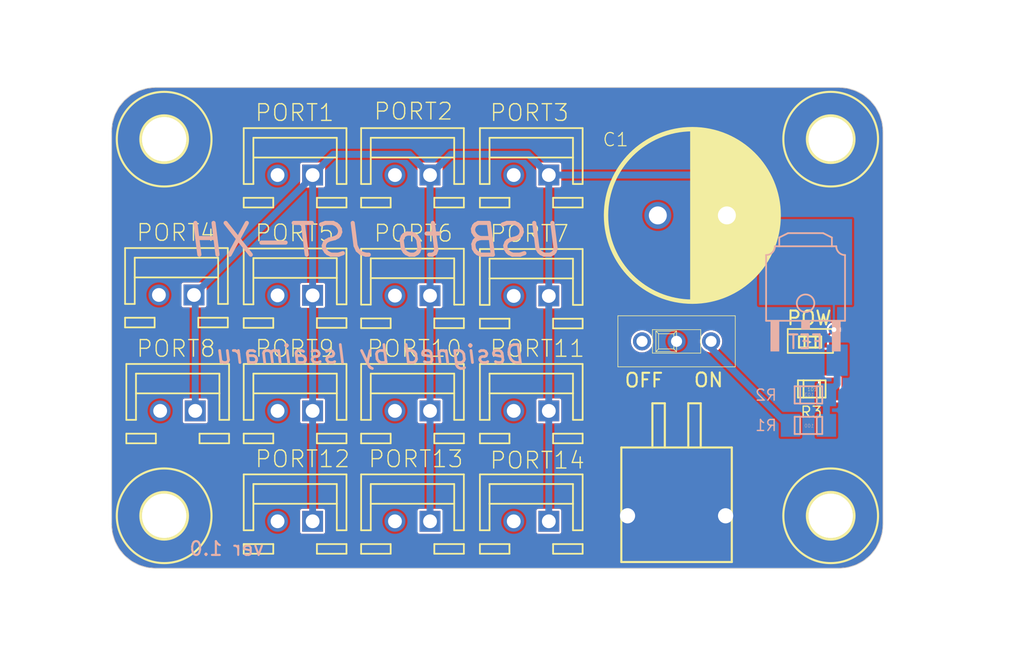
<source format=kicad_pcb>
(kicad_pcb (version 20171130) (host pcbnew "(5.1.10)-1")

  (general
    (thickness 1.6)
    (drawings 22)
    (tracks 42)
    (zones 0)
    (modules 26)
    (nets 7)
  )

  (page A4)
  (layers
    (0 Top signal)
    (31 Bottom signal)
    (32 B.Adhes user)
    (33 F.Adhes user)
    (34 B.Paste user)
    (35 F.Paste user)
    (36 B.SilkS user)
    (37 F.SilkS user)
    (38 B.Mask user)
    (39 F.Mask user)
    (40 Dwgs.User user)
    (41 Cmts.User user)
    (42 Eco1.User user)
    (43 Eco2.User user)
    (44 Edge.Cuts user)
    (45 Margin user)
    (46 B.CrtYd user)
    (47 F.CrtYd user)
    (48 B.Fab user)
    (49 F.Fab user)
  )

  (setup
    (last_trace_width 0.25)
    (trace_clearance 0.1524)
    (zone_clearance 0.508)
    (zone_45_only no)
    (trace_min 0.1524)
    (via_size 0.8)
    (via_drill 0.4)
    (via_min_size 0.4)
    (via_min_drill 0.3)
    (uvia_size 0.3)
    (uvia_drill 0.1)
    (uvias_allowed no)
    (uvia_min_size 0.2)
    (uvia_min_drill 0.1)
    (edge_width 0.05)
    (segment_width 0.2)
    (pcb_text_width 0.3)
    (pcb_text_size 1.5 1.5)
    (mod_edge_width 0.12)
    (mod_text_size 1 1)
    (mod_text_width 0.15)
    (pad_size 1.524 1.524)
    (pad_drill 0.762)
    (pad_to_mask_clearance 0)
    (aux_axis_origin 0 0)
    (visible_elements FFFFFF7F)
    (pcbplotparams
      (layerselection 0x010fc_ffffffff)
      (usegerberextensions false)
      (usegerberattributes true)
      (usegerberadvancedattributes true)
      (creategerberjobfile true)
      (excludeedgelayer true)
      (linewidth 0.100000)
      (plotframeref false)
      (viasonmask false)
      (mode 1)
      (useauxorigin false)
      (hpglpennumber 1)
      (hpglpenspeed 20)
      (hpglpendiameter 15.000000)
      (psnegative false)
      (psa4output false)
      (plotreference true)
      (plotvalue true)
      (plotinvisibletext false)
      (padsonsilk false)
      (subtractmaskfromsilk false)
      (outputformat 1)
      (mirror false)
      (drillshape 0)
      (scaleselection 1)
      (outputdirectory "../gerber/"))
  )

  (net 0 "")
  (net 1 VCC)
  (net 2 GND)
  (net 3 N$1)
  (net 4 N$2)
  (net 5 SGND)
  (net 6 N$3)

  (net_class Default "This is the default net class."
    (clearance 0.1524)
    (trace_width 0.25)
    (via_dia 0.8)
    (via_drill 0.4)
    (uvia_dia 0.3)
    (uvia_drill 0.1)
    (add_net GND)
    (add_net N$1)
    (add_net N$2)
    (add_net N$3)
    (add_net SGND)
    (add_net VCC)
  )

  (module USB_JST-XH_Converter:B2B-XH (layer Top) (tedit 0) (tstamp 635F9F8E)
    (at 133.8611 93.9286)
    (descr "<b>JST XH Connector</b>\n\n<p>JST 2.54mm connector. Folded beam contact, box-shaped shrouded header, header with a boss, interchangeability, conformance to the HA terminal</p>\n\n<p>Datasheet: <a href=\"http://www.jst-mfg.com/product/pdf/eng/eXH.pdf\"> eXH.pdf</a></p>")
    (fp_text reference PORT1 (at -2.97 -3.81) (layer F.SilkS)
      (effects (font (size 1.2065 1.2065) (thickness 0.09652)) (justify left bottom))
    )
    (fp_text value 02-JST (at -1.27 3.81) (layer F.Fab) hide
      (effects (font (size 1.2065 1.2065) (thickness 0.1016)) (justify left bottom))
    )
    (fp_line (start 1.58 1.65) (end 1.58 2.35) (layer F.SilkS) (width 0.127))
    (fp_line (start 1.58 1.65) (end 3.72 1.65) (layer F.SilkS) (width 0.127))
    (fp_line (start 3.72 2.35) (end 3.72 1.65) (layer F.SilkS) (width 0.127))
    (fp_line (start 1.58 2.35) (end 3.72 2.35) (layer F.SilkS) (width 0.127))
    (fp_line (start -1.58 1.65) (end -1.58 2.35) (layer F.SilkS) (width 0.127))
    (fp_line (start 3.02 0.65) (end 3.72 0.65) (layer F.SilkS) (width 0.127))
    (fp_line (start -3.72 0.65) (end -3.02 0.65) (layer F.SilkS) (width 0.127))
    (fp_line (start -3.02 -1.27) (end 3.02 -1.27) (layer F.SilkS) (width 0.127))
    (fp_line (start -3.02 -1.27) (end -3.02 -2.7) (layer F.SilkS) (width 0.127))
    (fp_line (start -3.02 0.65) (end -3.02 -1.27) (layer F.SilkS) (width 0.127))
    (fp_line (start -1.58 1.65) (end -3.72 1.65) (layer F.SilkS) (width 0.127))
    (fp_line (start 3.02 -1.27) (end 3.02 0.65) (layer F.SilkS) (width 0.127))
    (fp_line (start 3.02 -2.7) (end 3.02 -1.27) (layer F.SilkS) (width 0.127))
    (fp_line (start -3.02 -2.7) (end 3.02 -2.7) (layer F.SilkS) (width 0.127))
    (fp_line (start -3.72 0.65) (end -3.72 -3.4) (layer F.SilkS) (width 0.127))
    (fp_line (start -3.72 2.35) (end -3.72 1.65) (layer F.SilkS) (width 0.127))
    (fp_line (start -1.58 2.35) (end -3.72 2.35) (layer F.SilkS) (width 0.127))
    (fp_line (start 3.72 -3.4) (end 3.72 0.65) (layer F.SilkS) (width 0.127))
    (fp_line (start -3.72 -3.4) (end 3.72 -3.4) (layer F.SilkS) (width 0.127))
    (pad 1 thru_hole rect (at 1.27 0) (size 1.508 1.508) (drill 1) (layers *.Cu *.Mask)
      (net 5 SGND) (solder_mask_margin 0.1016))
    (pad 2 thru_hole circle (at -1.27 0) (size 1.508 1.508) (drill 1) (layers *.Cu *.Mask)
      (net 1 VCC) (solder_mask_margin 0.1016))
  )

  (module USB_JST-XH_Converter:B2B-XH (layer Top) (tedit 0) (tstamp 635F9FA6)
    (at 142.3611 111.0186)
    (descr "<b>JST XH Connector</b>\n\n<p>JST 2.54mm connector. Folded beam contact, box-shaped shrouded header, header with a boss, interchangeability, conformance to the HA terminal</p>\n\n<p>Datasheet: <a href=\"http://www.jst-mfg.com/product/pdf/eng/eXH.pdf\"> eXH.pdf</a></p>")
    (fp_text reference PORT10 (at -3.37 -3.81) (layer F.SilkS)
      (effects (font (size 1.2065 1.2065) (thickness 0.09652)) (justify left bottom))
    )
    (fp_text value 02-JST (at -1.27 3.81) (layer F.Fab) hide
      (effects (font (size 1.2065 1.2065) (thickness 0.1016)) (justify left bottom))
    )
    (fp_line (start 1.58 1.65) (end 1.58 2.35) (layer F.SilkS) (width 0.127))
    (fp_line (start 1.58 1.65) (end 3.72 1.65) (layer F.SilkS) (width 0.127))
    (fp_line (start 3.72 2.35) (end 3.72 1.65) (layer F.SilkS) (width 0.127))
    (fp_line (start 1.58 2.35) (end 3.72 2.35) (layer F.SilkS) (width 0.127))
    (fp_line (start -1.58 1.65) (end -1.58 2.35) (layer F.SilkS) (width 0.127))
    (fp_line (start 3.02 0.65) (end 3.72 0.65) (layer F.SilkS) (width 0.127))
    (fp_line (start -3.72 0.65) (end -3.02 0.65) (layer F.SilkS) (width 0.127))
    (fp_line (start -3.02 -1.27) (end 3.02 -1.27) (layer F.SilkS) (width 0.127))
    (fp_line (start -3.02 -1.27) (end -3.02 -2.7) (layer F.SilkS) (width 0.127))
    (fp_line (start -3.02 0.65) (end -3.02 -1.27) (layer F.SilkS) (width 0.127))
    (fp_line (start -1.58 1.65) (end -3.72 1.65) (layer F.SilkS) (width 0.127))
    (fp_line (start 3.02 -1.27) (end 3.02 0.65) (layer F.SilkS) (width 0.127))
    (fp_line (start 3.02 -2.7) (end 3.02 -1.27) (layer F.SilkS) (width 0.127))
    (fp_line (start -3.02 -2.7) (end 3.02 -2.7) (layer F.SilkS) (width 0.127))
    (fp_line (start -3.72 0.65) (end -3.72 -3.4) (layer F.SilkS) (width 0.127))
    (fp_line (start -3.72 2.35) (end -3.72 1.65) (layer F.SilkS) (width 0.127))
    (fp_line (start -1.58 2.35) (end -3.72 2.35) (layer F.SilkS) (width 0.127))
    (fp_line (start 3.72 -3.4) (end 3.72 0.65) (layer F.SilkS) (width 0.127))
    (fp_line (start -3.72 -3.4) (end 3.72 -3.4) (layer F.SilkS) (width 0.127))
    (pad 1 thru_hole rect (at 1.27 0) (size 1.508 1.508) (drill 1) (layers *.Cu *.Mask)
      (net 5 SGND) (solder_mask_margin 0.1016))
    (pad 2 thru_hole circle (at -1.27 0) (size 1.508 1.508) (drill 1) (layers *.Cu *.Mask)
      (net 1 VCC) (solder_mask_margin 0.1016))
  )

  (module USB_JST-XH_Converter:B2B-XH (layer Top) (tedit 0) (tstamp 635F9FBE)
    (at 150.9611 111.0186)
    (descr "<b>JST XH Connector</b>\n\n<p>JST 2.54mm connector. Folded beam contact, box-shaped shrouded header, header with a boss, interchangeability, conformance to the HA terminal</p>\n\n<p>Datasheet: <a href=\"http://www.jst-mfg.com/product/pdf/eng/eXH.pdf\"> eXH.pdf</a></p>")
    (fp_text reference PORT11 (at -3.07 -3.81) (layer F.SilkS)
      (effects (font (size 1.2065 1.2065) (thickness 0.09652)) (justify left bottom))
    )
    (fp_text value 02-JST (at -1.27 3.81) (layer F.Fab) hide
      (effects (font (size 1.2065 1.2065) (thickness 0.1016)) (justify left bottom))
    )
    (fp_line (start 1.58 1.65) (end 1.58 2.35) (layer F.SilkS) (width 0.127))
    (fp_line (start 1.58 1.65) (end 3.72 1.65) (layer F.SilkS) (width 0.127))
    (fp_line (start 3.72 2.35) (end 3.72 1.65) (layer F.SilkS) (width 0.127))
    (fp_line (start 1.58 2.35) (end 3.72 2.35) (layer F.SilkS) (width 0.127))
    (fp_line (start -1.58 1.65) (end -1.58 2.35) (layer F.SilkS) (width 0.127))
    (fp_line (start 3.02 0.65) (end 3.72 0.65) (layer F.SilkS) (width 0.127))
    (fp_line (start -3.72 0.65) (end -3.02 0.65) (layer F.SilkS) (width 0.127))
    (fp_line (start -3.02 -1.27) (end 3.02 -1.27) (layer F.SilkS) (width 0.127))
    (fp_line (start -3.02 -1.27) (end -3.02 -2.7) (layer F.SilkS) (width 0.127))
    (fp_line (start -3.02 0.65) (end -3.02 -1.27) (layer F.SilkS) (width 0.127))
    (fp_line (start -1.58 1.65) (end -3.72 1.65) (layer F.SilkS) (width 0.127))
    (fp_line (start 3.02 -1.27) (end 3.02 0.65) (layer F.SilkS) (width 0.127))
    (fp_line (start 3.02 -2.7) (end 3.02 -1.27) (layer F.SilkS) (width 0.127))
    (fp_line (start -3.02 -2.7) (end 3.02 -2.7) (layer F.SilkS) (width 0.127))
    (fp_line (start -3.72 0.65) (end -3.72 -3.4) (layer F.SilkS) (width 0.127))
    (fp_line (start -3.72 2.35) (end -3.72 1.65) (layer F.SilkS) (width 0.127))
    (fp_line (start -1.58 2.35) (end -3.72 2.35) (layer F.SilkS) (width 0.127))
    (fp_line (start 3.72 -3.4) (end 3.72 0.65) (layer F.SilkS) (width 0.127))
    (fp_line (start -3.72 -3.4) (end 3.72 -3.4) (layer F.SilkS) (width 0.127))
    (pad 1 thru_hole rect (at 1.27 0) (size 1.508 1.508) (drill 1) (layers *.Cu *.Mask)
      (net 5 SGND) (solder_mask_margin 0.1016))
    (pad 2 thru_hole circle (at -1.27 0) (size 1.508 1.508) (drill 1) (layers *.Cu *.Mask)
      (net 1 VCC) (solder_mask_margin 0.1016))
  )

  (module USB_JST-XH_Converter:B2B-XH (layer Top) (tedit 0) (tstamp 635F9FD6)
    (at 133.8611 119.0186)
    (descr "<b>JST XH Connector</b>\n\n<p>JST 2.54mm connector. Folded beam contact, box-shaped shrouded header, header with a boss, interchangeability, conformance to the HA terminal</p>\n\n<p>Datasheet: <a href=\"http://www.jst-mfg.com/product/pdf/eng/eXH.pdf\"> eXH.pdf</a></p>")
    (fp_text reference PORT12 (at -2.97 -3.81) (layer F.SilkS)
      (effects (font (size 1.2065 1.2065) (thickness 0.09652)) (justify left bottom))
    )
    (fp_text value 02-JST (at -1.27 3.81) (layer F.Fab) hide
      (effects (font (size 1.2065 1.2065) (thickness 0.1016)) (justify left bottom))
    )
    (fp_line (start 1.58 1.65) (end 1.58 2.35) (layer F.SilkS) (width 0.127))
    (fp_line (start 1.58 1.65) (end 3.72 1.65) (layer F.SilkS) (width 0.127))
    (fp_line (start 3.72 2.35) (end 3.72 1.65) (layer F.SilkS) (width 0.127))
    (fp_line (start 1.58 2.35) (end 3.72 2.35) (layer F.SilkS) (width 0.127))
    (fp_line (start -1.58 1.65) (end -1.58 2.35) (layer F.SilkS) (width 0.127))
    (fp_line (start 3.02 0.65) (end 3.72 0.65) (layer F.SilkS) (width 0.127))
    (fp_line (start -3.72 0.65) (end -3.02 0.65) (layer F.SilkS) (width 0.127))
    (fp_line (start -3.02 -1.27) (end 3.02 -1.27) (layer F.SilkS) (width 0.127))
    (fp_line (start -3.02 -1.27) (end -3.02 -2.7) (layer F.SilkS) (width 0.127))
    (fp_line (start -3.02 0.65) (end -3.02 -1.27) (layer F.SilkS) (width 0.127))
    (fp_line (start -1.58 1.65) (end -3.72 1.65) (layer F.SilkS) (width 0.127))
    (fp_line (start 3.02 -1.27) (end 3.02 0.65) (layer F.SilkS) (width 0.127))
    (fp_line (start 3.02 -2.7) (end 3.02 -1.27) (layer F.SilkS) (width 0.127))
    (fp_line (start -3.02 -2.7) (end 3.02 -2.7) (layer F.SilkS) (width 0.127))
    (fp_line (start -3.72 0.65) (end -3.72 -3.4) (layer F.SilkS) (width 0.127))
    (fp_line (start -3.72 2.35) (end -3.72 1.65) (layer F.SilkS) (width 0.127))
    (fp_line (start -1.58 2.35) (end -3.72 2.35) (layer F.SilkS) (width 0.127))
    (fp_line (start 3.72 -3.4) (end 3.72 0.65) (layer F.SilkS) (width 0.127))
    (fp_line (start -3.72 -3.4) (end 3.72 -3.4) (layer F.SilkS) (width 0.127))
    (pad 1 thru_hole rect (at 1.27 0) (size 1.508 1.508) (drill 1) (layers *.Cu *.Mask)
      (net 5 SGND) (solder_mask_margin 0.1016))
    (pad 2 thru_hole circle (at -1.27 0) (size 1.508 1.508) (drill 1) (layers *.Cu *.Mask)
      (net 1 VCC) (solder_mask_margin 0.1016))
  )

  (module USB_JST-XH_Converter:B2B-XH (layer Top) (tedit 0) (tstamp 635F9FEE)
    (at 142.3611 93.9286)
    (descr "<b>JST XH Connector</b>\n\n<p>JST 2.54mm connector. Folded beam contact, box-shaped shrouded header, header with a boss, interchangeability, conformance to the HA terminal</p>\n\n<p>Datasheet: <a href=\"http://www.jst-mfg.com/product/pdf/eng/eXH.pdf\"> eXH.pdf</a></p>")
    (fp_text reference PORT2 (at -2.87 -3.91) (layer F.SilkS)
      (effects (font (size 1.2065 1.2065) (thickness 0.09652)) (justify left bottom))
    )
    (fp_text value 02-JST (at -1.27 3.81) (layer F.Fab) hide
      (effects (font (size 1.2065 1.2065) (thickness 0.1016)) (justify left bottom))
    )
    (fp_line (start 1.58 1.65) (end 1.58 2.35) (layer F.SilkS) (width 0.127))
    (fp_line (start 1.58 1.65) (end 3.72 1.65) (layer F.SilkS) (width 0.127))
    (fp_line (start 3.72 2.35) (end 3.72 1.65) (layer F.SilkS) (width 0.127))
    (fp_line (start 1.58 2.35) (end 3.72 2.35) (layer F.SilkS) (width 0.127))
    (fp_line (start -1.58 1.65) (end -1.58 2.35) (layer F.SilkS) (width 0.127))
    (fp_line (start 3.02 0.65) (end 3.72 0.65) (layer F.SilkS) (width 0.127))
    (fp_line (start -3.72 0.65) (end -3.02 0.65) (layer F.SilkS) (width 0.127))
    (fp_line (start -3.02 -1.27) (end 3.02 -1.27) (layer F.SilkS) (width 0.127))
    (fp_line (start -3.02 -1.27) (end -3.02 -2.7) (layer F.SilkS) (width 0.127))
    (fp_line (start -3.02 0.65) (end -3.02 -1.27) (layer F.SilkS) (width 0.127))
    (fp_line (start -1.58 1.65) (end -3.72 1.65) (layer F.SilkS) (width 0.127))
    (fp_line (start 3.02 -1.27) (end 3.02 0.65) (layer F.SilkS) (width 0.127))
    (fp_line (start 3.02 -2.7) (end 3.02 -1.27) (layer F.SilkS) (width 0.127))
    (fp_line (start -3.02 -2.7) (end 3.02 -2.7) (layer F.SilkS) (width 0.127))
    (fp_line (start -3.72 0.65) (end -3.72 -3.4) (layer F.SilkS) (width 0.127))
    (fp_line (start -3.72 2.35) (end -3.72 1.65) (layer F.SilkS) (width 0.127))
    (fp_line (start -1.58 2.35) (end -3.72 2.35) (layer F.SilkS) (width 0.127))
    (fp_line (start 3.72 -3.4) (end 3.72 0.65) (layer F.SilkS) (width 0.127))
    (fp_line (start -3.72 -3.4) (end 3.72 -3.4) (layer F.SilkS) (width 0.127))
    (pad 1 thru_hole rect (at 1.27 0) (size 1.508 1.508) (drill 1) (layers *.Cu *.Mask)
      (net 5 SGND) (solder_mask_margin 0.1016))
    (pad 2 thru_hole circle (at -1.27 0) (size 1.508 1.508) (drill 1) (layers *.Cu *.Mask)
      (net 1 VCC) (solder_mask_margin 0.1016))
  )

  (module USB_JST-XH_Converter:B2B-XH (layer Top) (tedit 0) (tstamp 635FA006)
    (at 150.9611 93.9286)
    (descr "<b>JST XH Connector</b>\n\n<p>JST 2.54mm connector. Folded beam contact, box-shaped shrouded header, header with a boss, interchangeability, conformance to the HA terminal</p>\n\n<p>Datasheet: <a href=\"http://www.jst-mfg.com/product/pdf/eng/eXH.pdf\"> eXH.pdf</a></p>")
    (fp_text reference PORT3 (at -3.07 -3.81) (layer F.SilkS)
      (effects (font (size 1.2065 1.2065) (thickness 0.09652)) (justify left bottom))
    )
    (fp_text value 02-JST (at -1.27 3.81) (layer F.Fab) hide
      (effects (font (size 1.2065 1.2065) (thickness 0.1016)) (justify left bottom))
    )
    (fp_line (start 1.58 1.65) (end 1.58 2.35) (layer F.SilkS) (width 0.127))
    (fp_line (start 1.58 1.65) (end 3.72 1.65) (layer F.SilkS) (width 0.127))
    (fp_line (start 3.72 2.35) (end 3.72 1.65) (layer F.SilkS) (width 0.127))
    (fp_line (start 1.58 2.35) (end 3.72 2.35) (layer F.SilkS) (width 0.127))
    (fp_line (start -1.58 1.65) (end -1.58 2.35) (layer F.SilkS) (width 0.127))
    (fp_line (start 3.02 0.65) (end 3.72 0.65) (layer F.SilkS) (width 0.127))
    (fp_line (start -3.72 0.65) (end -3.02 0.65) (layer F.SilkS) (width 0.127))
    (fp_line (start -3.02 -1.27) (end 3.02 -1.27) (layer F.SilkS) (width 0.127))
    (fp_line (start -3.02 -1.27) (end -3.02 -2.7) (layer F.SilkS) (width 0.127))
    (fp_line (start -3.02 0.65) (end -3.02 -1.27) (layer F.SilkS) (width 0.127))
    (fp_line (start -1.58 1.65) (end -3.72 1.65) (layer F.SilkS) (width 0.127))
    (fp_line (start 3.02 -1.27) (end 3.02 0.65) (layer F.SilkS) (width 0.127))
    (fp_line (start 3.02 -2.7) (end 3.02 -1.27) (layer F.SilkS) (width 0.127))
    (fp_line (start -3.02 -2.7) (end 3.02 -2.7) (layer F.SilkS) (width 0.127))
    (fp_line (start -3.72 0.65) (end -3.72 -3.4) (layer F.SilkS) (width 0.127))
    (fp_line (start -3.72 2.35) (end -3.72 1.65) (layer F.SilkS) (width 0.127))
    (fp_line (start -1.58 2.35) (end -3.72 2.35) (layer F.SilkS) (width 0.127))
    (fp_line (start 3.72 -3.4) (end 3.72 0.65) (layer F.SilkS) (width 0.127))
    (fp_line (start -3.72 -3.4) (end 3.72 -3.4) (layer F.SilkS) (width 0.127))
    (pad 1 thru_hole rect (at 1.27 0) (size 1.508 1.508) (drill 1) (layers *.Cu *.Mask)
      (net 5 SGND) (solder_mask_margin 0.1016))
    (pad 2 thru_hole circle (at -1.27 0) (size 1.508 1.508) (drill 1) (layers *.Cu *.Mask)
      (net 1 VCC) (solder_mask_margin 0.1016))
  )

  (module USB_JST-XH_Converter:B2B-XH (layer Top) (tedit 0) (tstamp 635FA01E)
    (at 125.2711 102.6186)
    (descr "<b>JST XH Connector</b>\n\n<p>JST 2.54mm connector. Folded beam contact, box-shaped shrouded header, header with a boss, interchangeability, conformance to the HA terminal</p>\n\n<p>Datasheet: <a href=\"http://www.jst-mfg.com/product/pdf/eng/eXH.pdf\"> eXH.pdf</a></p>")
    (fp_text reference PORT4 (at -2.97 -3.81) (layer F.SilkS)
      (effects (font (size 1.2065 1.2065) (thickness 0.09652)) (justify left bottom))
    )
    (fp_text value 02-JST (at -1.27 3.81) (layer F.Fab) hide
      (effects (font (size 1.2065 1.2065) (thickness 0.1016)) (justify left bottom))
    )
    (fp_line (start 1.58 1.65) (end 1.58 2.35) (layer F.SilkS) (width 0.127))
    (fp_line (start 1.58 1.65) (end 3.72 1.65) (layer F.SilkS) (width 0.127))
    (fp_line (start 3.72 2.35) (end 3.72 1.65) (layer F.SilkS) (width 0.127))
    (fp_line (start 1.58 2.35) (end 3.72 2.35) (layer F.SilkS) (width 0.127))
    (fp_line (start -1.58 1.65) (end -1.58 2.35) (layer F.SilkS) (width 0.127))
    (fp_line (start 3.02 0.65) (end 3.72 0.65) (layer F.SilkS) (width 0.127))
    (fp_line (start -3.72 0.65) (end -3.02 0.65) (layer F.SilkS) (width 0.127))
    (fp_line (start -3.02 -1.27) (end 3.02 -1.27) (layer F.SilkS) (width 0.127))
    (fp_line (start -3.02 -1.27) (end -3.02 -2.7) (layer F.SilkS) (width 0.127))
    (fp_line (start -3.02 0.65) (end -3.02 -1.27) (layer F.SilkS) (width 0.127))
    (fp_line (start -1.58 1.65) (end -3.72 1.65) (layer F.SilkS) (width 0.127))
    (fp_line (start 3.02 -1.27) (end 3.02 0.65) (layer F.SilkS) (width 0.127))
    (fp_line (start 3.02 -2.7) (end 3.02 -1.27) (layer F.SilkS) (width 0.127))
    (fp_line (start -3.02 -2.7) (end 3.02 -2.7) (layer F.SilkS) (width 0.127))
    (fp_line (start -3.72 0.65) (end -3.72 -3.4) (layer F.SilkS) (width 0.127))
    (fp_line (start -3.72 2.35) (end -3.72 1.65) (layer F.SilkS) (width 0.127))
    (fp_line (start -1.58 2.35) (end -3.72 2.35) (layer F.SilkS) (width 0.127))
    (fp_line (start 3.72 -3.4) (end 3.72 0.65) (layer F.SilkS) (width 0.127))
    (fp_line (start -3.72 -3.4) (end 3.72 -3.4) (layer F.SilkS) (width 0.127))
    (pad 1 thru_hole rect (at 1.27 0) (size 1.508 1.508) (drill 1) (layers *.Cu *.Mask)
      (net 5 SGND) (solder_mask_margin 0.1016))
    (pad 2 thru_hole circle (at -1.27 0) (size 1.508 1.508) (drill 1) (layers *.Cu *.Mask)
      (net 1 VCC) (solder_mask_margin 0.1016))
  )

  (module USB_JST-XH_Converter:B2B-XH (layer Top) (tedit 0) (tstamp 635FA036)
    (at 133.8611 102.6486)
    (descr "<b>JST XH Connector</b>\n\n<p>JST 2.54mm connector. Folded beam contact, box-shaped shrouded header, header with a boss, interchangeability, conformance to the HA terminal</p>\n\n<p>Datasheet: <a href=\"http://www.jst-mfg.com/product/pdf/eng/eXH.pdf\"> eXH.pdf</a></p>")
    (fp_text reference PORT5 (at -2.97 -3.81) (layer F.SilkS)
      (effects (font (size 1.2065 1.2065) (thickness 0.09652)) (justify left bottom))
    )
    (fp_text value 02-JST (at -1.27 3.81) (layer F.Fab) hide
      (effects (font (size 1.2065 1.2065) (thickness 0.1016)) (justify left bottom))
    )
    (fp_line (start 1.58 1.65) (end 1.58 2.35) (layer F.SilkS) (width 0.127))
    (fp_line (start 1.58 1.65) (end 3.72 1.65) (layer F.SilkS) (width 0.127))
    (fp_line (start 3.72 2.35) (end 3.72 1.65) (layer F.SilkS) (width 0.127))
    (fp_line (start 1.58 2.35) (end 3.72 2.35) (layer F.SilkS) (width 0.127))
    (fp_line (start -1.58 1.65) (end -1.58 2.35) (layer F.SilkS) (width 0.127))
    (fp_line (start 3.02 0.65) (end 3.72 0.65) (layer F.SilkS) (width 0.127))
    (fp_line (start -3.72 0.65) (end -3.02 0.65) (layer F.SilkS) (width 0.127))
    (fp_line (start -3.02 -1.27) (end 3.02 -1.27) (layer F.SilkS) (width 0.127))
    (fp_line (start -3.02 -1.27) (end -3.02 -2.7) (layer F.SilkS) (width 0.127))
    (fp_line (start -3.02 0.65) (end -3.02 -1.27) (layer F.SilkS) (width 0.127))
    (fp_line (start -1.58 1.65) (end -3.72 1.65) (layer F.SilkS) (width 0.127))
    (fp_line (start 3.02 -1.27) (end 3.02 0.65) (layer F.SilkS) (width 0.127))
    (fp_line (start 3.02 -2.7) (end 3.02 -1.27) (layer F.SilkS) (width 0.127))
    (fp_line (start -3.02 -2.7) (end 3.02 -2.7) (layer F.SilkS) (width 0.127))
    (fp_line (start -3.72 0.65) (end -3.72 -3.4) (layer F.SilkS) (width 0.127))
    (fp_line (start -3.72 2.35) (end -3.72 1.65) (layer F.SilkS) (width 0.127))
    (fp_line (start -1.58 2.35) (end -3.72 2.35) (layer F.SilkS) (width 0.127))
    (fp_line (start 3.72 -3.4) (end 3.72 0.65) (layer F.SilkS) (width 0.127))
    (fp_line (start -3.72 -3.4) (end 3.72 -3.4) (layer F.SilkS) (width 0.127))
    (pad 1 thru_hole rect (at 1.27 0) (size 1.508 1.508) (drill 1) (layers *.Cu *.Mask)
      (net 5 SGND) (solder_mask_margin 0.1016))
    (pad 2 thru_hole circle (at -1.27 0) (size 1.508 1.508) (drill 1) (layers *.Cu *.Mask)
      (net 1 VCC) (solder_mask_margin 0.1016))
  )

  (module USB_JST-XH_Converter:B2B-XH (layer Top) (tedit 0) (tstamp 635FA04E)
    (at 142.3611 102.6686)
    (descr "<b>JST XH Connector</b>\n\n<p>JST 2.54mm connector. Folded beam contact, box-shaped shrouded header, header with a boss, interchangeability, conformance to the HA terminal</p>\n\n<p>Datasheet: <a href=\"http://www.jst-mfg.com/product/pdf/eng/eXH.pdf\"> eXH.pdf</a></p>")
    (fp_text reference PORT6 (at -2.87 -3.81) (layer F.SilkS)
      (effects (font (size 1.2065 1.2065) (thickness 0.09652)) (justify left bottom))
    )
    (fp_text value 02-JST (at -1.27 3.81) (layer F.Fab) hide
      (effects (font (size 1.2065 1.2065) (thickness 0.1016)) (justify left bottom))
    )
    (fp_line (start 1.58 1.65) (end 1.58 2.35) (layer F.SilkS) (width 0.127))
    (fp_line (start 1.58 1.65) (end 3.72 1.65) (layer F.SilkS) (width 0.127))
    (fp_line (start 3.72 2.35) (end 3.72 1.65) (layer F.SilkS) (width 0.127))
    (fp_line (start 1.58 2.35) (end 3.72 2.35) (layer F.SilkS) (width 0.127))
    (fp_line (start -1.58 1.65) (end -1.58 2.35) (layer F.SilkS) (width 0.127))
    (fp_line (start 3.02 0.65) (end 3.72 0.65) (layer F.SilkS) (width 0.127))
    (fp_line (start -3.72 0.65) (end -3.02 0.65) (layer F.SilkS) (width 0.127))
    (fp_line (start -3.02 -1.27) (end 3.02 -1.27) (layer F.SilkS) (width 0.127))
    (fp_line (start -3.02 -1.27) (end -3.02 -2.7) (layer F.SilkS) (width 0.127))
    (fp_line (start -3.02 0.65) (end -3.02 -1.27) (layer F.SilkS) (width 0.127))
    (fp_line (start -1.58 1.65) (end -3.72 1.65) (layer F.SilkS) (width 0.127))
    (fp_line (start 3.02 -1.27) (end 3.02 0.65) (layer F.SilkS) (width 0.127))
    (fp_line (start 3.02 -2.7) (end 3.02 -1.27) (layer F.SilkS) (width 0.127))
    (fp_line (start -3.02 -2.7) (end 3.02 -2.7) (layer F.SilkS) (width 0.127))
    (fp_line (start -3.72 0.65) (end -3.72 -3.4) (layer F.SilkS) (width 0.127))
    (fp_line (start -3.72 2.35) (end -3.72 1.65) (layer F.SilkS) (width 0.127))
    (fp_line (start -1.58 2.35) (end -3.72 2.35) (layer F.SilkS) (width 0.127))
    (fp_line (start 3.72 -3.4) (end 3.72 0.65) (layer F.SilkS) (width 0.127))
    (fp_line (start -3.72 -3.4) (end 3.72 -3.4) (layer F.SilkS) (width 0.127))
    (pad 1 thru_hole rect (at 1.27 0) (size 1.508 1.508) (drill 1) (layers *.Cu *.Mask)
      (net 5 SGND) (solder_mask_margin 0.1016))
    (pad 2 thru_hole circle (at -1.27 0) (size 1.508 1.508) (drill 1) (layers *.Cu *.Mask)
      (net 1 VCC) (solder_mask_margin 0.1016))
  )

  (module USB_JST-XH_Converter:B2B-XH (layer Top) (tedit 0) (tstamp 635FA066)
    (at 150.9611 102.6886)
    (descr "<b>JST XH Connector</b>\n\n<p>JST 2.54mm connector. Folded beam contact, box-shaped shrouded header, header with a boss, interchangeability, conformance to the HA terminal</p>\n\n<p>Datasheet: <a href=\"http://www.jst-mfg.com/product/pdf/eng/eXH.pdf\"> eXH.pdf</a></p>")
    (fp_text reference PORT7 (at -3.07 -3.81) (layer F.SilkS)
      (effects (font (size 1.2065 1.2065) (thickness 0.09652)) (justify left bottom))
    )
    (fp_text value 02-JST (at -1.27 3.81) (layer F.Fab) hide
      (effects (font (size 1.2065 1.2065) (thickness 0.1016)) (justify left bottom))
    )
    (fp_line (start 1.58 1.65) (end 1.58 2.35) (layer F.SilkS) (width 0.127))
    (fp_line (start 1.58 1.65) (end 3.72 1.65) (layer F.SilkS) (width 0.127))
    (fp_line (start 3.72 2.35) (end 3.72 1.65) (layer F.SilkS) (width 0.127))
    (fp_line (start 1.58 2.35) (end 3.72 2.35) (layer F.SilkS) (width 0.127))
    (fp_line (start -1.58 1.65) (end -1.58 2.35) (layer F.SilkS) (width 0.127))
    (fp_line (start 3.02 0.65) (end 3.72 0.65) (layer F.SilkS) (width 0.127))
    (fp_line (start -3.72 0.65) (end -3.02 0.65) (layer F.SilkS) (width 0.127))
    (fp_line (start -3.02 -1.27) (end 3.02 -1.27) (layer F.SilkS) (width 0.127))
    (fp_line (start -3.02 -1.27) (end -3.02 -2.7) (layer F.SilkS) (width 0.127))
    (fp_line (start -3.02 0.65) (end -3.02 -1.27) (layer F.SilkS) (width 0.127))
    (fp_line (start -1.58 1.65) (end -3.72 1.65) (layer F.SilkS) (width 0.127))
    (fp_line (start 3.02 -1.27) (end 3.02 0.65) (layer F.SilkS) (width 0.127))
    (fp_line (start 3.02 -2.7) (end 3.02 -1.27) (layer F.SilkS) (width 0.127))
    (fp_line (start -3.02 -2.7) (end 3.02 -2.7) (layer F.SilkS) (width 0.127))
    (fp_line (start -3.72 0.65) (end -3.72 -3.4) (layer F.SilkS) (width 0.127))
    (fp_line (start -3.72 2.35) (end -3.72 1.65) (layer F.SilkS) (width 0.127))
    (fp_line (start -1.58 2.35) (end -3.72 2.35) (layer F.SilkS) (width 0.127))
    (fp_line (start 3.72 -3.4) (end 3.72 0.65) (layer F.SilkS) (width 0.127))
    (fp_line (start -3.72 -3.4) (end 3.72 -3.4) (layer F.SilkS) (width 0.127))
    (pad 1 thru_hole rect (at 1.27 0) (size 1.508 1.508) (drill 1) (layers *.Cu *.Mask)
      (net 5 SGND) (solder_mask_margin 0.1016))
    (pad 2 thru_hole circle (at -1.27 0) (size 1.508 1.508) (drill 1) (layers *.Cu *.Mask)
      (net 1 VCC) (solder_mask_margin 0.1016))
  )

  (module USB_JST-XH_Converter:B2B-XH (layer Top) (tedit 0) (tstamp 635FA07E)
    (at 125.3611 111.0186)
    (descr "<b>JST XH Connector</b>\n\n<p>JST 2.54mm connector. Folded beam contact, box-shaped shrouded header, header with a boss, interchangeability, conformance to the HA terminal</p>\n\n<p>Datasheet: <a href=\"http://www.jst-mfg.com/product/pdf/eng/eXH.pdf\"> eXH.pdf</a></p>")
    (fp_text reference PORT8 (at -3.06 -3.81) (layer F.SilkS)
      (effects (font (size 1.2065 1.2065) (thickness 0.09652)) (justify left bottom))
    )
    (fp_text value 02-JST (at -1.27 3.81) (layer F.Fab) hide
      (effects (font (size 1.2065 1.2065) (thickness 0.1016)) (justify left bottom))
    )
    (fp_line (start 1.58 1.65) (end 1.58 2.35) (layer F.SilkS) (width 0.127))
    (fp_line (start 1.58 1.65) (end 3.72 1.65) (layer F.SilkS) (width 0.127))
    (fp_line (start 3.72 2.35) (end 3.72 1.65) (layer F.SilkS) (width 0.127))
    (fp_line (start 1.58 2.35) (end 3.72 2.35) (layer F.SilkS) (width 0.127))
    (fp_line (start -1.58 1.65) (end -1.58 2.35) (layer F.SilkS) (width 0.127))
    (fp_line (start 3.02 0.65) (end 3.72 0.65) (layer F.SilkS) (width 0.127))
    (fp_line (start -3.72 0.65) (end -3.02 0.65) (layer F.SilkS) (width 0.127))
    (fp_line (start -3.02 -1.27) (end 3.02 -1.27) (layer F.SilkS) (width 0.127))
    (fp_line (start -3.02 -1.27) (end -3.02 -2.7) (layer F.SilkS) (width 0.127))
    (fp_line (start -3.02 0.65) (end -3.02 -1.27) (layer F.SilkS) (width 0.127))
    (fp_line (start -1.58 1.65) (end -3.72 1.65) (layer F.SilkS) (width 0.127))
    (fp_line (start 3.02 -1.27) (end 3.02 0.65) (layer F.SilkS) (width 0.127))
    (fp_line (start 3.02 -2.7) (end 3.02 -1.27) (layer F.SilkS) (width 0.127))
    (fp_line (start -3.02 -2.7) (end 3.02 -2.7) (layer F.SilkS) (width 0.127))
    (fp_line (start -3.72 0.65) (end -3.72 -3.4) (layer F.SilkS) (width 0.127))
    (fp_line (start -3.72 2.35) (end -3.72 1.65) (layer F.SilkS) (width 0.127))
    (fp_line (start -1.58 2.35) (end -3.72 2.35) (layer F.SilkS) (width 0.127))
    (fp_line (start 3.72 -3.4) (end 3.72 0.65) (layer F.SilkS) (width 0.127))
    (fp_line (start -3.72 -3.4) (end 3.72 -3.4) (layer F.SilkS) (width 0.127))
    (pad 1 thru_hole rect (at 1.27 0) (size 1.508 1.508) (drill 1) (layers *.Cu *.Mask)
      (net 5 SGND) (solder_mask_margin 0.1016))
    (pad 2 thru_hole circle (at -1.27 0) (size 1.508 1.508) (drill 1) (layers *.Cu *.Mask)
      (net 1 VCC) (solder_mask_margin 0.1016))
  )

  (module USB_JST-XH_Converter:B2B-XH (layer Top) (tedit 0) (tstamp 635FA096)
    (at 133.8611 111.0186)
    (descr "<b>JST XH Connector</b>\n\n<p>JST 2.54mm connector. Folded beam contact, box-shaped shrouded header, header with a boss, interchangeability, conformance to the HA terminal</p>\n\n<p>Datasheet: <a href=\"http://www.jst-mfg.com/product/pdf/eng/eXH.pdf\"> eXH.pdf</a></p>")
    (fp_text reference PORT9 (at -2.97 -3.81) (layer F.SilkS)
      (effects (font (size 1.2065 1.2065) (thickness 0.09652)) (justify left bottom))
    )
    (fp_text value 02-JST (at -1.27 3.81) (layer F.Fab) hide
      (effects (font (size 1.2065 1.2065) (thickness 0.1016)) (justify left bottom))
    )
    (fp_line (start 1.58 1.65) (end 1.58 2.35) (layer F.SilkS) (width 0.127))
    (fp_line (start 1.58 1.65) (end 3.72 1.65) (layer F.SilkS) (width 0.127))
    (fp_line (start 3.72 2.35) (end 3.72 1.65) (layer F.SilkS) (width 0.127))
    (fp_line (start 1.58 2.35) (end 3.72 2.35) (layer F.SilkS) (width 0.127))
    (fp_line (start -1.58 1.65) (end -1.58 2.35) (layer F.SilkS) (width 0.127))
    (fp_line (start 3.02 0.65) (end 3.72 0.65) (layer F.SilkS) (width 0.127))
    (fp_line (start -3.72 0.65) (end -3.02 0.65) (layer F.SilkS) (width 0.127))
    (fp_line (start -3.02 -1.27) (end 3.02 -1.27) (layer F.SilkS) (width 0.127))
    (fp_line (start -3.02 -1.27) (end -3.02 -2.7) (layer F.SilkS) (width 0.127))
    (fp_line (start -3.02 0.65) (end -3.02 -1.27) (layer F.SilkS) (width 0.127))
    (fp_line (start -1.58 1.65) (end -3.72 1.65) (layer F.SilkS) (width 0.127))
    (fp_line (start 3.02 -1.27) (end 3.02 0.65) (layer F.SilkS) (width 0.127))
    (fp_line (start 3.02 -2.7) (end 3.02 -1.27) (layer F.SilkS) (width 0.127))
    (fp_line (start -3.02 -2.7) (end 3.02 -2.7) (layer F.SilkS) (width 0.127))
    (fp_line (start -3.72 0.65) (end -3.72 -3.4) (layer F.SilkS) (width 0.127))
    (fp_line (start -3.72 2.35) (end -3.72 1.65) (layer F.SilkS) (width 0.127))
    (fp_line (start -1.58 2.35) (end -3.72 2.35) (layer F.SilkS) (width 0.127))
    (fp_line (start 3.72 -3.4) (end 3.72 0.65) (layer F.SilkS) (width 0.127))
    (fp_line (start -3.72 -3.4) (end 3.72 -3.4) (layer F.SilkS) (width 0.127))
    (pad 1 thru_hole rect (at 1.27 0) (size 1.508 1.508) (drill 1) (layers *.Cu *.Mask)
      (net 5 SGND) (solder_mask_margin 0.1016))
    (pad 2 thru_hole circle (at -1.27 0) (size 1.508 1.508) (drill 1) (layers *.Cu *.Mask)
      (net 1 VCC) (solder_mask_margin 0.1016))
  )

  (module USB_JST-XH_Converter:USB_MICROB (layer Top) (tedit 0) (tstamp 635FA0AE)
    (at 161.4811 118.6186)
    (fp_text reference USB1 (at 0 0) (layer F.SilkS) hide
      (effects (font (size 1.27 1.27) (thickness 0.15)))
    )
    (fp_text value MICRO-USB (at 0 0) (layer F.SilkS) hide
      (effects (font (size 1.27 1.27) (thickness 0.15)))
    )
    (fp_line (start 1.75 -8.15) (end 1.75 -4.95) (layer F.SilkS) (width 0.1524))
    (fp_line (start 0.85 -8.15) (end 1.75 -8.15) (layer F.SilkS) (width 0.1524))
    (fp_line (start 0.85 -4.95) (end 0.85 -8.15) (layer F.SilkS) (width 0.1524))
    (fp_line (start -0.85 -8.15) (end -0.85 -4.95) (layer F.SilkS) (width 0.1524))
    (fp_line (start -1.75 -8.15) (end -0.85 -8.15) (layer F.SilkS) (width 0.1524))
    (fp_line (start -1.75 -4.95) (end -1.75 -8.15) (layer F.SilkS) (width 0.1524))
    (fp_line (start -1.75 -4.95) (end -4 -4.95) (layer F.SilkS) (width 0.1524))
    (fp_line (start -0.85 -4.95) (end -1.75 -4.95) (layer F.SilkS) (width 0.1524))
    (fp_line (start 0.85 -4.95) (end -0.85 -4.95) (layer F.SilkS) (width 0.1524))
    (fp_line (start 1.75 -4.95) (end 0.85 -4.95) (layer F.SilkS) (width 0.1524))
    (fp_line (start 4 -4.95) (end 1.75 -4.95) (layer F.SilkS) (width 0.1524))
    (fp_line (start 4 3.35) (end 4 -4.95) (layer F.SilkS) (width 0.1524))
    (fp_line (start -4 3.35) (end 4 3.35) (layer F.SilkS) (width 0.1524))
    (fp_line (start -4 -4.95) (end -4 3.35) (layer F.SilkS) (width 0.1524))
    (pad GND2 thru_hole oval (at 3.55 0 90) (size 3.3 1.65) (drill 1.1) (layers *.Cu *.Mask)
      (net 2 GND) (solder_mask_margin 0.1016))
    (pad GND1 thru_hole oval (at -3.55 0 90) (size 3.3 1.65) (drill 1.1) (layers *.Cu *.Mask)
      (net 2 GND) (solder_mask_margin 0.1016))
    (pad USB- smd rect (at 1.3 -5.9 90) (size 4.5 0.9) (layers Top F.Paste F.Mask)
      (net 2 GND) (solder_mask_margin 0.1016))
    (pad USB+ smd rect (at -1.3 -5.9 90) (size 4.5 0.9) (layers Top F.Paste F.Mask)
      (net 1 VCC) (solder_mask_margin 0.1016))
  )

  (module USB_JST-XH_Converter:SS-12D00G3 (layer Top) (tedit 0) (tstamp 635FA0C3)
    (at 161.4811 105.9786)
    (fp_text reference SW1 (at -4.191 -1.905) (layer F.SilkS) hide
      (effects (font (size 0.4826 0.4826) (thickness 0.04064)) (justify left bottom))
    )
    (fp_text value SS-12D00G3 (at 0 0) (layer F.SilkS) hide
      (effects (font (size 1.27 1.27) (thickness 0.15)))
    )
    (fp_line (start -0.2 0.55) (end 0 0.75) (layer F.SilkS) (width 0.05))
    (fp_line (start -0.2 -0.55) (end 0 -0.75) (layer F.SilkS) (width 0.05))
    (fp_line (start -1.3 0.55) (end -1.5 0.75) (layer F.SilkS) (width 0.05))
    (fp_line (start -1.3 -0.55) (end -1.5 -0.75) (layer F.SilkS) (width 0.05))
    (fp_line (start -0.2 -0.55) (end -1.3 -0.55) (layer F.SilkS) (width 0.05))
    (fp_line (start -0.2 0.55) (end -0.2 -0.55) (layer F.SilkS) (width 0.05))
    (fp_line (start -1.3 0.55) (end -0.2 0.55) (layer F.SilkS) (width 0.05))
    (fp_line (start -1.3 -0.55) (end -1.3 0.55) (layer F.SilkS) (width 0.05))
    (fp_line (start -1.5 -0.75) (end -1.5 0.75) (layer F.SilkS) (width 0.05))
    (fp_line (start 0 -0.75) (end -1.5 -0.75) (layer F.SilkS) (width 0.05))
    (fp_line (start 0 0.75) (end 0 -0.75) (layer F.SilkS) (width 0.05))
    (fp_line (start -1.5 0.75) (end 0 0.75) (layer F.SilkS) (width 0.05))
    (fp_line (start 1.75 -0.85) (end -1.75 -0.85) (layer F.SilkS) (width 0.05))
    (fp_line (start 1.75 0.85) (end 1.75 -0.85) (layer F.SilkS) (width 0.05))
    (fp_line (start -1.75 0.85) (end 1.75 0.85) (layer F.SilkS) (width 0.05))
    (fp_line (start -1.75 -0.85) (end -1.75 0.85) (layer F.SilkS) (width 0.05))
    (fp_line (start 4.25 -1.85) (end -4.25 -1.85) (layer F.SilkS) (width 0.05))
    (fp_line (start 4.25 1.85) (end 4.25 -1.85) (layer F.SilkS) (width 0.05))
    (fp_line (start -4.25 1.85) (end 4.25 1.85) (layer F.SilkS) (width 0.05))
    (fp_line (start -4.25 -1.85) (end -4.25 1.85) (layer F.SilkS) (width 0.05))
    (pad L thru_hole circle (at -2.5 0) (size 1.308 1.308) (drill 0.8) (layers *.Cu *.Mask)
      (solder_mask_margin 0.1016))
    (pad R thru_hole circle (at 2.5 0) (size 1.308 1.308) (drill 0.8) (layers *.Cu *.Mask)
      (net 3 N$1) (solder_mask_margin 0.1016))
    (pad C thru_hole circle (at 0 0) (size 1.308 1.308) (drill 0.8) (layers *.Cu *.Mask)
      (net 1 VCC) (solder_mask_margin 0.1016))
  )

  (module USB_JST-XH_Converter:TO-252AA (layer Bottom) (tedit 0) (tstamp 635FA0DD)
    (at 170.8221 107.3446 180)
    (fp_text reference FET-1 (at 0 0 180) (layer B.SilkS) hide
      (effects (font (size 1.27 1.27) (thickness 0.15)) (justify mirror))
    )
    (fp_text value IRLR6225 (at 0 0 180) (layer B.SilkS) hide
      (effects (font (size 1.27 1.27) (thickness 0.15)) (justify mirror))
    )
    (fp_circle (center 0 4.1275) (end 0.635 4.1275) (layer B.SilkS) (width 0.127))
    (fp_line (start 1.905 8.89) (end 1.905 8.255) (layer B.SilkS) (width 0.127))
    (fp_line (start 1.27 9.2075) (end 1.905 8.89) (layer B.SilkS) (width 0.127))
    (fp_line (start -1.27 9.2075) (end 1.27 9.2075) (layer B.SilkS) (width 0.127))
    (fp_line (start -1.905 8.89) (end -1.27 9.2075) (layer B.SilkS) (width 0.127))
    (fp_line (start -1.905 8.255) (end -1.905 8.89) (layer B.SilkS) (width 0.127))
    (fp_line (start -2.8575 7.62) (end -2.8575 2.8575) (layer B.SilkS) (width 0.127))
    (fp_arc (start -2.8575 8.255) (end -2.2225 8.255) (angle -90) (layer B.SilkS) (width 0.127))
    (fp_line (start -1.905 8.255) (end -2.2225 8.255) (layer B.SilkS) (width 0.127))
    (fp_line (start 1.905 8.255) (end -1.905 8.255) (layer B.SilkS) (width 0.127))
    (fp_line (start 2.2225 8.255) (end 1.905 8.255) (layer B.SilkS) (width 0.127))
    (fp_arc (start 2.8575 8.255) (end 2.8575 7.62) (angle -90) (layer B.SilkS) (width 0.127))
    (fp_line (start 2.8575 2.8575) (end 2.8575 7.62) (layer B.SilkS) (width 0.127))
    (fp_line (start -2.8575 2.8575) (end 2.8575 2.8575) (layer B.SilkS) (width 0.127))
    (fp_poly (pts (xy -0.3175 2.8575) (xy -0.3175 2.2225) (xy 0.3175 2.2225) (xy 0.3175 2.8575)) (layer B.SilkS) (width 0))
    (fp_poly (pts (xy 1.905 2.8575) (xy 1.905 0.635) (xy 2.54 0.635) (xy 2.54 2.8575)) (layer B.SilkS) (width 0))
    (fp_poly (pts (xy -2.54 2.8575) (xy -2.54 0.635) (xy -1.905 0.635) (xy -1.905 2.8575)) (layer B.SilkS) (width 0))
    (pad D smd rect (at 0 7.112 180) (size 6.731 6.223) (layers Bottom B.Paste B.Mask)
      (net 5 SGND) (solder_mask_margin 0.1016) (zone_connect 2))
    (pad S smd rect (at 2.286 0 90) (size 2.2606 1.524) (layers Bottom B.Paste B.Mask)
      (net 2 GND) (solder_mask_margin 0.1016) (zone_connect 2))
    (pad G smd rect (at -2.286 0 90) (size 2.2606 1.524) (layers Bottom B.Paste B.Mask)
      (net 4 N$2) (solder_mask_margin 0.1016))
  )

  (module USB_JST-XH_Converter:RG2012 (layer Bottom) (tedit 0) (tstamp 635FA0F4)
    (at 172.3311 112.0686 180)
    (fp_text reference R1 (at 5.2211 -0.4714) (layer B.SilkS)
      (effects (font (size 0.8 0.8) (thickness 0.1)) (justify right bottom mirror))
    )
    (fp_text value RG2012Q-100-D-T5 (at 0 0 180) (layer B.SilkS) hide
      (effects (font (size 1.27 1.27) (thickness 0.15)) (justify mirror))
    )
    (fp_text user 100 (at 1.6111 -0.1714 180) (layer B.SilkS)
      (effects (font (size 0.2413 0.2413) (thickness 0.02032)) (justify right bottom mirror))
    )
    (fp_line (start 1.9 0.625) (end 1.9 -0.625) (layer B.SilkS) (width 0.127))
    (fp_line (start 0.7 0.625) (end 0.7 -0.625) (layer B.SilkS) (width 0.127))
    (fp_line (start 0.3 0.625) (end 0.3 -0.625) (layer B.SilkS) (width 0.127))
    (fp_line (start 0.7 0.625) (end 0.3 0.625) (layer B.SilkS) (width 0.127))
    (fp_line (start 1.9 0.625) (end 0.7 0.625) (layer B.SilkS) (width 0.127))
    (fp_line (start 2.3 0.625) (end 1.9 0.625) (layer B.SilkS) (width 0.127))
    (fp_line (start 2.3 -0.625) (end 2.3 0.625) (layer B.SilkS) (width 0.127))
    (fp_line (start 1.9 -0.625) (end 2.3 -0.625) (layer B.SilkS) (width 0.127))
    (fp_line (start 0.7 -0.625) (end 1.9 -0.625) (layer B.SilkS) (width 0.127))
    (fp_line (start 0.3 -0.625) (end 0.7 -0.625) (layer B.SilkS) (width 0.127))
    (pad RIGHT smd rect (at 2.6 0 180) (size 1.4 1.65) (layers Bottom B.Paste B.Mask)
      (net 3 N$1) (solder_mask_margin 0.1016))
    (pad LEFT smd rect (at 0 0 180) (size 1.4 1.65) (layers Bottom B.Paste B.Mask)
      (net 4 N$2) (solder_mask_margin 0.1016))
  )

  (module USB_JST-XH_Converter:RG2012 (layer Bottom) (tedit 0) (tstamp 635FA104)
    (at 172.3311 109.8586 180)
    (fp_text reference R2 (at 5.2211 -0.4814) (layer B.SilkS)
      (effects (font (size 0.8 0.8) (thickness 0.1)) (justify right bottom mirror))
    )
    (fp_text value RG2012 (at 0 0 180) (layer B.SilkS) hide
      (effects (font (size 1.27 1.27) (thickness 0.15)) (justify mirror))
    )
    (fp_text user 103 (at 1.6111 -0.1214 180) (layer B.SilkS)
      (effects (font (size 0.2413 0.2413) (thickness 0.02032)) (justify right bottom mirror))
    )
    (fp_line (start 1.9 0.625) (end 1.9 -0.625) (layer B.SilkS) (width 0.127))
    (fp_line (start 0.7 0.625) (end 0.7 -0.625) (layer B.SilkS) (width 0.127))
    (fp_line (start 0.3 0.625) (end 0.3 -0.625) (layer B.SilkS) (width 0.127))
    (fp_line (start 0.7 0.625) (end 0.3 0.625) (layer B.SilkS) (width 0.127))
    (fp_line (start 1.9 0.625) (end 0.7 0.625) (layer B.SilkS) (width 0.127))
    (fp_line (start 2.3 0.625) (end 1.9 0.625) (layer B.SilkS) (width 0.127))
    (fp_line (start 2.3 -0.625) (end 2.3 0.625) (layer B.SilkS) (width 0.127))
    (fp_line (start 1.9 -0.625) (end 2.3 -0.625) (layer B.SilkS) (width 0.127))
    (fp_line (start 0.7 -0.625) (end 1.9 -0.625) (layer B.SilkS) (width 0.127))
    (fp_line (start 0.3 -0.625) (end 0.7 -0.625) (layer B.SilkS) (width 0.127))
    (pad RIGHT smd rect (at 2.6 0 180) (size 1.4 1.65) (layers Bottom B.Paste B.Mask)
      (net 2 GND) (solder_mask_margin 0.1016))
    (pad LEFT smd rect (at 0 0 180) (size 1.4 1.65) (layers Bottom B.Paste B.Mask)
      (net 4 N$2) (solder_mask_margin 0.1016))
  )

  (module USB_JST-XH_Converter:470UF25V (layer Top) (tedit 0) (tstamp 635FA114)
    (at 162.6241 96.8536 90)
    (fp_text reference C1 (at 0 0 90) (layer F.SilkS) hide
      (effects (font (size 1.27 1.27) (thickness 0.15)))
    )
    (fp_text value 470UF50V_NICHICON (at 0 0 90) (layer F.SilkS) hide
      (effects (font (size 1.27 1.27) (thickness 0.15)))
    )
    (fp_poly (pts (xy -6.2 0) (xy 6.2 0) (xy 6.2 0.5) (xy 6.1 0.9)
      (xy 6.1 1.2) (xy 6 1.6) (xy 5.6 2.6) (xy 5.1 3.6)
      (xy 4.7 4.1) (xy 4.2 4.6) (xy 3.6 5.1) (xy 2.5 5.7)
      (xy 1.4 6.1) (xy 0.8 6.2) (xy -0.2 6.2) (xy -0.9 6.1)
      (xy -2 5.9) (xy -3.2 5.3) (xy -3.8 4.9) (xy -4.8 4)
      (xy -5.3 3.3) (xy -5.6 2.7) (xy -6 1.4) (xy -6.1 0.8)
      (xy -6.2 0.4)) (layer F.SilkS) (width 0))
    (fp_line (start -6.2 0) (end 6.2 0) (layer F.SilkS) (width 0.3175))
    (fp_circle (center 0 0) (end 6.25 0) (layer F.SilkS) (width 0.3175))
    (pad C- thru_hole circle (at 0 2.5 90) (size 1.95 1.95) (drill 1.3) (layers *.Cu *.Mask)
      (net 2 GND) (solder_mask_margin 0.1016))
    (pad C+ thru_hole circle (at 0 -2.5 90) (size 1.95 1.95) (drill 1.3) (layers *.Cu *.Mask)
      (net 1 VCC) (solder_mask_margin 0.1016))
  )

  (module USB_JST-XH_Converter:3,2 (layer Top) (tedit 0) (tstamp 635FA11C)
    (at 124.3811 118.6186)
    (descr "<b>MOUNTING HOLE</b> 3.2 mm with drill center")
    (fp_text reference H1 (at 0 0) (layer F.SilkS) hide
      (effects (font (size 1.27 1.27) (thickness 0.15)))
    )
    (fp_text value MOUNT-HOLE3.2 (at 0 0) (layer F.SilkS) hide
      (effects (font (size 1.27 1.27) (thickness 0.15)))
    )
    (fp_circle (center 0 0) (end 1.7 0) (layer F.SilkS) (width 0.2032))
    (fp_circle (center 0 0) (end 3.048 0) (layer Dwgs.User) (width 2.032))
    (fp_circle (center 0 0) (end 3.048 0) (layer Dwgs.User) (width 2.032))
    (fp_circle (center 0 0) (end 3.048 0) (layer Dwgs.User) (width 2.032))
    (fp_circle (center 0 0) (end 3.048 0) (layer Dwgs.User) (width 2.032))
    (fp_circle (center 0 0) (end 3.048 0) (layer Dwgs.User) (width 2.032))
    (fp_circle (center 0 0) (end 0.762 0) (layer F.Fab) (width 0.4572))
    (fp_circle (center 0 0) (end 3.429 0) (layer F.SilkS) (width 0.1524))
    (fp_arc (start 0 0) (end 0 -2.159) (angle 90) (layer F.Fab) (width 2.4892))
    (fp_arc (start 0 0) (end -2.159 0) (angle -90) (layer F.Fab) (width 2.4892))
    (pad "" np_thru_hole circle (at 0 0) (size 3.2 3.2) (drill 3.2) (layers *.Cu *.Mask))
  )

  (module USB_JST-XH_Converter:3,2 (layer Top) (tedit 0) (tstamp 635FA12A)
    (at 124.3811 91.3286)
    (descr "<b>MOUNTING HOLE</b> 3.2 mm with drill center")
    (fp_text reference H2 (at 0 0) (layer F.SilkS) hide
      (effects (font (size 1.27 1.27) (thickness 0.15)))
    )
    (fp_text value MOUNT-HOLE3.2 (at 0 0) (layer F.SilkS) hide
      (effects (font (size 1.27 1.27) (thickness 0.15)))
    )
    (fp_circle (center 0 0) (end 1.7 0) (layer F.SilkS) (width 0.2032))
    (fp_circle (center 0 0) (end 3.048 0) (layer Dwgs.User) (width 2.032))
    (fp_circle (center 0 0) (end 3.048 0) (layer Dwgs.User) (width 2.032))
    (fp_circle (center 0 0) (end 3.048 0) (layer Dwgs.User) (width 2.032))
    (fp_circle (center 0 0) (end 3.048 0) (layer Dwgs.User) (width 2.032))
    (fp_circle (center 0 0) (end 3.048 0) (layer Dwgs.User) (width 2.032))
    (fp_circle (center 0 0) (end 0.762 0) (layer F.Fab) (width 0.4572))
    (fp_circle (center 0 0) (end 3.429 0) (layer F.SilkS) (width 0.1524))
    (fp_arc (start 0 0) (end 0 -2.159) (angle 90) (layer F.Fab) (width 2.4892))
    (fp_arc (start 0 0) (end -2.159 0) (angle -90) (layer F.Fab) (width 2.4892))
    (pad "" np_thru_hole circle (at 0 0) (size 3.2 3.2) (drill 3.2) (layers *.Cu *.Mask))
  )

  (module USB_JST-XH_Converter:3,2 (layer Top) (tedit 0) (tstamp 635FA138)
    (at 172.6411 91.3286)
    (descr "<b>MOUNTING HOLE</b> 3.2 mm with drill center")
    (fp_text reference H3 (at 0 0) (layer F.SilkS) hide
      (effects (font (size 1.27 1.27) (thickness 0.15)))
    )
    (fp_text value MOUNT-HOLE3.2 (at 0 0) (layer F.SilkS) hide
      (effects (font (size 1.27 1.27) (thickness 0.15)))
    )
    (fp_circle (center 0 0) (end 1.7 0) (layer F.SilkS) (width 0.2032))
    (fp_circle (center 0 0) (end 3.048 0) (layer Dwgs.User) (width 2.032))
    (fp_circle (center 0 0) (end 3.048 0) (layer Dwgs.User) (width 2.032))
    (fp_circle (center 0 0) (end 3.048 0) (layer Dwgs.User) (width 2.032))
    (fp_circle (center 0 0) (end 3.048 0) (layer Dwgs.User) (width 2.032))
    (fp_circle (center 0 0) (end 3.048 0) (layer Dwgs.User) (width 2.032))
    (fp_circle (center 0 0) (end 0.762 0) (layer F.Fab) (width 0.4572))
    (fp_circle (center 0 0) (end 3.429 0) (layer F.SilkS) (width 0.1524))
    (fp_arc (start 0 0) (end 0 -2.159) (angle 90) (layer F.Fab) (width 2.4892))
    (fp_arc (start 0 0) (end -2.159 0) (angle -90) (layer F.Fab) (width 2.4892))
    (pad "" np_thru_hole circle (at 0 0) (size 3.2 3.2) (drill 3.2) (layers *.Cu *.Mask))
  )

  (module USB_JST-XH_Converter:3,2 (layer Top) (tedit 0) (tstamp 635FA146)
    (at 172.6411 118.6186)
    (descr "<b>MOUNTING HOLE</b> 3.2 mm with drill center")
    (fp_text reference H4 (at 0 0) (layer F.SilkS) hide
      (effects (font (size 1.27 1.27) (thickness 0.15)))
    )
    (fp_text value MOUNT-HOLE3.2 (at 0 0) (layer F.SilkS) hide
      (effects (font (size 1.27 1.27) (thickness 0.15)))
    )
    (fp_circle (center 0 0) (end 1.7 0) (layer F.SilkS) (width 0.2032))
    (fp_circle (center 0 0) (end 3.048 0) (layer Dwgs.User) (width 2.032))
    (fp_circle (center 0 0) (end 3.048 0) (layer Dwgs.User) (width 2.032))
    (fp_circle (center 0 0) (end 3.048 0) (layer Dwgs.User) (width 2.032))
    (fp_circle (center 0 0) (end 3.048 0) (layer Dwgs.User) (width 2.032))
    (fp_circle (center 0 0) (end 3.048 0) (layer Dwgs.User) (width 2.032))
    (fp_circle (center 0 0) (end 0.762 0) (layer F.Fab) (width 0.4572))
    (fp_circle (center 0 0) (end 3.429 0) (layer F.SilkS) (width 0.1524))
    (fp_arc (start 0 0) (end 0 -2.159) (angle 90) (layer F.Fab) (width 2.4892))
    (fp_arc (start 0 0) (end -2.159 0) (angle -90) (layer F.Fab) (width 2.4892))
    (pad "" np_thru_hole circle (at 0 0) (size 3.2 3.2) (drill 3.2) (layers *.Cu *.Mask))
  )

  (module USB_JST-XH_Converter:B2B-XH (layer Top) (tedit 0) (tstamp 635FA154)
    (at 142.3611 119.0186)
    (descr "<b>JST XH Connector</b>\n\n<p>JST 2.54mm connector. Folded beam contact, box-shaped shrouded header, header with a boss, interchangeability, conformance to the HA terminal</p>\n\n<p>Datasheet: <a href=\"http://www.jst-mfg.com/product/pdf/eng/eXH.pdf\"> eXH.pdf</a></p>")
    (fp_text reference PORT13 (at -3.27 -3.81) (layer F.SilkS)
      (effects (font (size 1.2065 1.2065) (thickness 0.09652)) (justify left bottom))
    )
    (fp_text value 02-JST (at -1.27 3.81) (layer F.Fab) hide
      (effects (font (size 1.2065 1.2065) (thickness 0.1016)) (justify left bottom))
    )
    (fp_line (start 1.58 1.65) (end 1.58 2.35) (layer F.SilkS) (width 0.127))
    (fp_line (start 1.58 1.65) (end 3.72 1.65) (layer F.SilkS) (width 0.127))
    (fp_line (start 3.72 2.35) (end 3.72 1.65) (layer F.SilkS) (width 0.127))
    (fp_line (start 1.58 2.35) (end 3.72 2.35) (layer F.SilkS) (width 0.127))
    (fp_line (start -1.58 1.65) (end -1.58 2.35) (layer F.SilkS) (width 0.127))
    (fp_line (start 3.02 0.65) (end 3.72 0.65) (layer F.SilkS) (width 0.127))
    (fp_line (start -3.72 0.65) (end -3.02 0.65) (layer F.SilkS) (width 0.127))
    (fp_line (start -3.02 -1.27) (end 3.02 -1.27) (layer F.SilkS) (width 0.127))
    (fp_line (start -3.02 -1.27) (end -3.02 -2.7) (layer F.SilkS) (width 0.127))
    (fp_line (start -3.02 0.65) (end -3.02 -1.27) (layer F.SilkS) (width 0.127))
    (fp_line (start -1.58 1.65) (end -3.72 1.65) (layer F.SilkS) (width 0.127))
    (fp_line (start 3.02 -1.27) (end 3.02 0.65) (layer F.SilkS) (width 0.127))
    (fp_line (start 3.02 -2.7) (end 3.02 -1.27) (layer F.SilkS) (width 0.127))
    (fp_line (start -3.02 -2.7) (end 3.02 -2.7) (layer F.SilkS) (width 0.127))
    (fp_line (start -3.72 0.65) (end -3.72 -3.4) (layer F.SilkS) (width 0.127))
    (fp_line (start -3.72 2.35) (end -3.72 1.65) (layer F.SilkS) (width 0.127))
    (fp_line (start -1.58 2.35) (end -3.72 2.35) (layer F.SilkS) (width 0.127))
    (fp_line (start 3.72 -3.4) (end 3.72 0.65) (layer F.SilkS) (width 0.127))
    (fp_line (start -3.72 -3.4) (end 3.72 -3.4) (layer F.SilkS) (width 0.127))
    (pad 1 thru_hole rect (at 1.27 0) (size 1.508 1.508) (drill 1) (layers *.Cu *.Mask)
      (net 5 SGND) (solder_mask_margin 0.1016))
    (pad 2 thru_hole circle (at -1.27 0) (size 1.508 1.508) (drill 1) (layers *.Cu *.Mask)
      (net 1 VCC) (solder_mask_margin 0.1016))
  )

  (module USB_JST-XH_Converter:B2B-XH (layer Top) (tedit 0) (tstamp 635FA16C)
    (at 150.9611 119.0186)
    (descr "<b>JST XH Connector</b>\n\n<p>JST 2.54mm connector. Folded beam contact, box-shaped shrouded header, header with a boss, interchangeability, conformance to the HA terminal</p>\n\n<p>Datasheet: <a href=\"http://www.jst-mfg.com/product/pdf/eng/eXH.pdf\"> eXH.pdf</a></p>")
    (fp_text reference PORT14 (at -3.07 -3.71) (layer F.SilkS)
      (effects (font (size 1.2065 1.2065) (thickness 0.09652)) (justify left bottom))
    )
    (fp_text value 02-JST (at -1.27 3.81) (layer F.Fab) hide
      (effects (font (size 1.2065 1.2065) (thickness 0.1016)) (justify left bottom))
    )
    (fp_line (start 1.58 1.65) (end 1.58 2.35) (layer F.SilkS) (width 0.127))
    (fp_line (start 1.58 1.65) (end 3.72 1.65) (layer F.SilkS) (width 0.127))
    (fp_line (start 3.72 2.35) (end 3.72 1.65) (layer F.SilkS) (width 0.127))
    (fp_line (start 1.58 2.35) (end 3.72 2.35) (layer F.SilkS) (width 0.127))
    (fp_line (start -1.58 1.65) (end -1.58 2.35) (layer F.SilkS) (width 0.127))
    (fp_line (start 3.02 0.65) (end 3.72 0.65) (layer F.SilkS) (width 0.127))
    (fp_line (start -3.72 0.65) (end -3.02 0.65) (layer F.SilkS) (width 0.127))
    (fp_line (start -3.02 -1.27) (end 3.02 -1.27) (layer F.SilkS) (width 0.127))
    (fp_line (start -3.02 -1.27) (end -3.02 -2.7) (layer F.SilkS) (width 0.127))
    (fp_line (start -3.02 0.65) (end -3.02 -1.27) (layer F.SilkS) (width 0.127))
    (fp_line (start -1.58 1.65) (end -3.72 1.65) (layer F.SilkS) (width 0.127))
    (fp_line (start 3.02 -1.27) (end 3.02 0.65) (layer F.SilkS) (width 0.127))
    (fp_line (start 3.02 -2.7) (end 3.02 -1.27) (layer F.SilkS) (width 0.127))
    (fp_line (start -3.02 -2.7) (end 3.02 -2.7) (layer F.SilkS) (width 0.127))
    (fp_line (start -3.72 0.65) (end -3.72 -3.4) (layer F.SilkS) (width 0.127))
    (fp_line (start -3.72 2.35) (end -3.72 1.65) (layer F.SilkS) (width 0.127))
    (fp_line (start -1.58 2.35) (end -3.72 2.35) (layer F.SilkS) (width 0.127))
    (fp_line (start 3.72 -3.4) (end 3.72 0.65) (layer F.SilkS) (width 0.127))
    (fp_line (start -3.72 -3.4) (end 3.72 -3.4) (layer F.SilkS) (width 0.127))
    (pad 1 thru_hole rect (at 1.27 0) (size 1.508 1.508) (drill 1) (layers *.Cu *.Mask)
      (net 5 SGND) (solder_mask_margin 0.1016))
    (pad 2 thru_hole circle (at -1.27 0) (size 1.508 1.508) (drill 1) (layers *.Cu *.Mask)
      (net 1 VCC) (solder_mask_margin 0.1016))
  )

  (module USB_JST-XH_Converter:SML-E12V8WT86 (layer Top) (tedit 0) (tstamp 635FA184)
    (at 171.9711 106.0286 90)
    (fp_text reference LED1 (at -0.635 -0.508 180) (layer F.SilkS) hide
      (effects (font (size 0.12065 0.12065) (thickness 0.01016)) (justify right top))
    )
    (fp_text value SML-E12V8WT86 (at 0 0 90) (layer F.SilkS) hide
      (effects (font (size 1.27 1.27) (thickness 0.15)))
    )
    (fp_poly (pts (xy -0.127 -0.9525) (xy 0.127 -0.9525) (xy 0 -0.6985)) (layer F.SilkS) (width 0))
    (fp_line (start -0.4 -1.225) (end 0.4 -1.225) (layer F.SilkS) (width 0.1524))
    (fp_line (start -0.4 -0.425) (end 0.4 -0.425) (layer F.SilkS) (width 0.1524))
    (fp_line (start 0.4 -1.625) (end -0.4 -1.625) (layer F.SilkS) (width 0.1524))
    (fp_line (start 0.4 -1.225) (end 0.4 -1.625) (layer F.SilkS) (width 0.1524))
    (fp_line (start 0.4 -0.425) (end 0.4 -1.225) (layer F.SilkS) (width 0.1524))
    (fp_line (start 0.4 -0.025) (end 0.4 -0.425) (layer F.SilkS) (width 0.1524))
    (fp_line (start -0.4 -0.025) (end 0.4 -0.025) (layer F.SilkS) (width 0.1524))
    (fp_line (start -0.4 -0.425) (end -0.4 -0.025) (layer F.SilkS) (width 0.1524))
    (fp_line (start -0.4 -1.225) (end -0.4 -0.425) (layer F.SilkS) (width 0.1524))
    (fp_line (start -0.4 -1.625) (end -0.4 -1.225) (layer F.SilkS) (width 0.1524))
    (pad A smd rect (at 0 -1.65 90) (size 0.8 0.8) (layers Top F.Paste F.Mask)
      (net 6 N$3) (solder_mask_margin 0.1016))
    (pad K smd rect (at 0 0 90) (size 0.8 0.8) (layers Top F.Paste F.Mask)
      (net 5 SGND) (solder_mask_margin 0.1016))
  )

  (module USB_JST-XH_Converter:RG2012 (layer Top) (tedit 0) (tstamp 635FA194)
    (at 172.5711 109.4286 180)
    (fp_text reference R3 (at 1.016 -0.762) (layer F.SilkS)
      (effects (font (size 0.12065 0.12065) (thickness 0.009652)) (justify left bottom))
    )
    (fp_text value RG2012N-101-B-T5 (at 0 0 180) (layer F.SilkS) hide
      (effects (font (size 1.27 1.27) (thickness 0.15)) (justify right top))
    )
    (fp_text user 101 (at 1.6311 -0.1714 180) (layer F.SilkS)
      (effects (font (size 0.2413 0.2413) (thickness 0.02032)) (justify left bottom))
    )
    (fp_line (start 1.9 -0.625) (end 1.9 0.625) (layer F.SilkS) (width 0.127))
    (fp_line (start 0.7 -0.625) (end 0.7 0.625) (layer F.SilkS) (width 0.127))
    (fp_line (start 0.3 -0.625) (end 0.3 0.625) (layer F.SilkS) (width 0.127))
    (fp_line (start 0.7 -0.625) (end 0.3 -0.625) (layer F.SilkS) (width 0.127))
    (fp_line (start 1.9 -0.625) (end 0.7 -0.625) (layer F.SilkS) (width 0.127))
    (fp_line (start 2.3 -0.625) (end 1.9 -0.625) (layer F.SilkS) (width 0.127))
    (fp_line (start 2.3 0.625) (end 2.3 -0.625) (layer F.SilkS) (width 0.127))
    (fp_line (start 1.9 0.625) (end 2.3 0.625) (layer F.SilkS) (width 0.127))
    (fp_line (start 0.7 0.625) (end 1.9 0.625) (layer F.SilkS) (width 0.127))
    (fp_line (start 0.3 0.625) (end 0.7 0.625) (layer F.SilkS) (width 0.127))
    (pad RIGHT smd rect (at 2.6 0 180) (size 1.4 1.65) (layers Top F.Paste F.Mask)
      (net 1 VCC) (solder_mask_margin 0.1016))
    (pad LEFT smd rect (at 0 0 180) (size 1.4 1.65) (layers Top F.Paste F.Mask)
      (net 6 N$3) (solder_mask_margin 0.1016))
  )

  (gr_text "ver 1.0" (at 128.91 121) (layer B.SilkS)
    (effects (font (size 1 1) (thickness 0.15)) (justify mirror))
  )
  (gr_text "Designed by Issaimaru" (at 139.33 106.92) (layer B.SilkS)
    (effects (font (size 1.3 1.3) (thickness 0.2) italic) (justify mirror))
  )
  (gr_text "USB to JST-XH" (at 139.84 98.65) (layer B.SilkS)
    (effects (font (size 2.3 2.3) (thickness 0.3) italic) (justify mirror))
  )
  (gr_text FET (at 170.82 106.02) (layer B.SilkS)
    (effects (font (size 1 1) (thickness 0.15)) (justify mirror))
  )
  (gr_text R3 (at 171.24 111.11) (layer F.SilkS)
    (effects (font (size 0.8 0.8) (thickness 0.1)))
  )
  (gr_text POW (at 171.09 104.29) (layer F.SilkS)
    (effects (font (size 1 1) (thickness 0.15)))
  )
  (gr_line (start 169.53 105.08) (end 169.53 105.13) (layer F.SilkS) (width 0.12) (tstamp 635FA4FF))
  (gr_line (start 172.81 105.08) (end 169.53 105.08) (layer F.SilkS) (width 0.12))
  (gr_line (start 172.81 106.82) (end 172.81 105.08) (layer F.SilkS) (width 0.12))
  (gr_line (start 169.53 106.82) (end 172.81 106.82) (layer F.SilkS) (width 0.12))
  (gr_line (start 169.53 105.13) (end 169.53 106.82) (layer F.SilkS) (width 0.12))
  (gr_text ON (at 163.8 108.78) (layer F.SilkS)
    (effects (font (size 1 1) (thickness 0.15)))
  )
  (gr_text OFF (at 159.12 108.8) (layer F.SilkS)
    (effects (font (size 1 1) (thickness 0.15)))
  )
  (gr_line (start 120.5711 90.7786) (end 120.5711 119.2286) (layer Edge.Cuts) (width 0.05) (tstamp 18D2E420))
  (gr_arc (start 123.7711 119.2286) (end 120.5711 119.2286) (angle -90) (layer Edge.Cuts) (width 0.05) (tstamp 18D2E9C0))
  (gr_line (start 123.7711 122.4286) (end 173.2311 122.4286) (layer Edge.Cuts) (width 0.05) (tstamp 18D2F500))
  (gr_arc (start 173.2311 119.2286) (end 173.2311 122.4286) (angle -90) (layer Edge.Cuts) (width 0.05) (tstamp 18D2F1E0))
  (gr_line (start 176.4311 119.2286) (end 176.4311 90.7786) (layer Edge.Cuts) (width 0.05) (tstamp 18D2E560))
  (gr_arc (start 173.2311 90.7786) (end 176.4311 90.7786) (angle -90) (layer Edge.Cuts) (width 0.05) (tstamp 18D2E600))
  (gr_line (start 173.2311 87.5786) (end 123.7711 87.5786) (layer Edge.Cuts) (width 0.05) (tstamp 18D2EE20))
  (gr_arc (start 123.7711 90.7786) (end 123.7711 87.5786) (angle -90) (layer Edge.Cuts) (width 0.05) (tstamp 18D2EC40))
  (gr_text C1 (at 156.0711 91.9286) (layer F.SilkS) (tstamp 18D2F000)
    (effects (font (size 0.9652 0.9652) (thickness 0.08128)) (justify left bottom))
  )

  (segment (start 169.7311 109.8586) (end 168.5361 108.6636) (width 0.5) (layer Bottom) (net 2) (tstamp 17CBC860))
  (segment (start 168.5361 108.6636) (end 168.5361 107.3446) (width 0.5) (layer Bottom) (net 2) (tstamp 17CBA880))
  (segment (start 162.7811 112.7186) (end 162.7811 116.3686) (width 0.5) (layer Top) (net 2) (tstamp 17CBBF00))
  (segment (start 162.7811 116.3686) (end 165.0311 118.6186) (width 0.5) (layer Top) (net 2) (tstamp 17CBC5E0))
  (segment (start 165.0311 118.6186) (end 166.1311 118.6186) (width 0.5) (layer Bottom) (net 2) (tstamp 17CBBBE0))
  (segment (start 170.9711 111.0986) (end 169.7311 109.8586) (width 0.5) (layer Bottom) (net 2) (tstamp 17CBC680))
  (segment (start 170.9711 113.7786) (end 170.9711 111.0986) (width 0.5) (layer Bottom) (net 2) (tstamp 17CBB8C0))
  (segment (start 166.1311 118.6186) (end 170.9711 113.7786) (width 0.5) (layer Bottom) (net 2) (tstamp 17CBB460))
  (segment (start 169.7311 112.0686) (end 169.5711 112.0686) (width 0.5) (layer Bottom) (net 3) (tstamp 17CBACE0))
  (segment (start 169.5711 112.0686) (end 163.9811 106.4786) (width 0.5) (layer Bottom) (net 3) (tstamp 17CBAD80))
  (segment (start 163.9811 106.4786) (end 163.9811 105.9786) (width 0.5) (layer Bottom) (net 3) (tstamp 17CBBE60))
  (segment (start 172.3311 109.8586) (end 173.1081 109.0816) (width 0.5) (layer Bottom) (net 4) (tstamp 17CBC720))
  (segment (start 173.1081 109.0816) (end 173.1081 107.3446) (width 0.5) (layer Bottom) (net 4) (tstamp 17CBC040))
  (segment (start 172.3311 112.0686) (end 172.3311 109.8586) (width 0.5) (layer Bottom) (net 4) (tstamp 17CBA740))
  (segment (start 126.5411 102.6186) (end 126.6311 102.6186) (width 0.5) (layer Bottom) (net 5) (tstamp 17CBA920))
  (segment (start 126.6311 102.6186) (end 126.6311 111.0186) (width 0.5) (layer Bottom) (net 5) (tstamp 17CBBAA0))
  (segment (start 135.1311 119.0186) (end 135.1311 111.0186) (width 0.5) (layer Bottom) (net 5) (tstamp 17CBA380))
  (segment (start 135.1311 111.0186) (end 135.1311 102.6486) (width 0.5) (layer Bottom) (net 5) (tstamp 17CBA4C0))
  (segment (start 135.1311 102.6486) (end 135.1311 93.9286) (width 0.5) (layer Bottom) (net 5) (tstamp 17CBA560))
  (segment (start 126.5411 102.6186) (end 135.1311 94.0286) (width 0.5) (layer Bottom) (net 5) (tstamp 17CBB820))
  (segment (start 135.1311 94.0286) (end 135.1311 93.9286) (width 0.5) (layer Bottom) (net 5) (tstamp 17CBB6E0))
  (segment (start 135.1311 93.9286) (end 136.6311 92.4286) (width 0.5) (layer Bottom) (net 5) (tstamp 17CBA600))
  (segment (start 142.1311 92.4286) (end 143.6311 93.9286) (width 0.5) (layer Bottom) (net 5) (tstamp 17CBB640))
  (segment (start 136.6311 92.4286) (end 142.1311 92.4286) (width 0.5) (layer Bottom) (net 5) (tstamp 17CBA6A0))
  (segment (start 143.6311 93.9286) (end 145.1311 92.4286) (width 0.5) (layer Bottom) (net 5) (tstamp 17CBAA60))
  (segment (start 150.7311 92.4286) (end 152.2311 93.9286) (width 0.5) (layer Bottom) (net 5) (tstamp 17CBAB00))
  (segment (start 145.1311 92.4286) (end 150.7311 92.4286) (width 0.5) (layer Bottom) (net 5) (tstamp 17CBABA0))
  (segment (start 143.6311 93.9286) (end 143.6311 102.6686) (width 0.5) (layer Bottom) (net 5) (tstamp 17CBAEC0))
  (segment (start 143.6311 102.6686) (end 143.6311 111.0186) (width 0.5) (layer Bottom) (net 5) (tstamp 17CBB140))
  (segment (start 143.6311 111.0186) (end 143.6311 119.0186) (width 0.5) (layer Bottom) (net 5) (tstamp 17CBB1E0))
  (segment (start 152.2311 93.9286) (end 152.2311 102.6886) (width 0.5) (layer Bottom) (net 5) (tstamp 17CBB280))
  (segment (start 152.2311 102.6886) (end 152.2311 111.0186) (width 0.5) (layer Bottom) (net 5) (tstamp 17CBB500))
  (segment (start 152.2311 111.0186) (end 152.2311 119.0186) (width 0.5) (layer Bottom) (net 5) (tstamp 17CBB320))
  (segment (start 170.8221 100.2326) (end 164.5181 93.9286) (width 0.5) (layer Bottom) (net 5) (tstamp 17CBD9E0))
  (segment (start 164.5181 93.9286) (end 152.2311 93.9286) (width 0.5) (layer Bottom) (net 5) (tstamp 17CBCD60))
  (segment (start 171.9711 106.0286) (end 172.8711 105.1286) (width 0.1524) (layer Top) (net 5) (tstamp 17CBCC20))
  (via (at 172.8711 105.1286) (size 0.7564) (drill 0.35) (layers Top Bottom) (net 5) (tstamp 17CBCFE0))
  (segment (start 172.8711 105.1286) (end 172.8711 102.5286) (width 0.1524) (layer Bottom) (net 5) (tstamp 17CBD3A0))
  (segment (start 170.8221 100.4796) (end 170.8221 100.2326) (width 0.1524) (layer Bottom) (net 5) (tstamp 17CBDA80))
  (segment (start 172.8711 102.5286) (end 170.8221 100.4796) (width 0.1524) (layer Bottom) (net 5) (tstamp 17CBCE00))
  (segment (start 172.5711 109.4286) (end 170.3211 107.1786) (width 0.1524) (layer Top) (net 6) (tstamp 17CBD440))
  (segment (start 170.3211 107.1786) (end 170.3211 106.0286) (width 0.1524) (layer Top) (net 6) (tstamp 17CBD620))

  (zone (net 1) (net_name VCC) (layer Top) (tstamp 17BAF1D0) (hatch edge 0.508)
    (priority 6)
    (connect_pads yes (clearance 0.000001))
    (min_thickness 0.0762)
    (fill yes (arc_segments 32) (thermal_gap 0.508) (thermal_bridge_width 0.508))
    (polygon
      (pts
        (xy 180.689485 87.439223) (xy 180.970412 87.759559) (xy 181.208513 88.115901) (xy 181.398065 88.500274) (xy 181.535823 88.906099)
        (xy 181.619434 89.326434) (xy 181.6473 89.751591) (xy 181.6473 118.10811) (xy 181.53663 118.948725) (xy 181.398065 119.356927)
        (xy 181.208514 119.7413) (xy 180.970412 120.097642) (xy 180.689485 120.417978) (xy 175.602663 125.5048) (xy 123.89409 125.5048)
        (xy 123.468933 125.476934) (xy 123.048598 125.393324) (xy 122.642773 125.255566) (xy 122.258401 125.066015) (xy 121.902059 124.827914)
        (xy 121.581723 124.546987) (xy 121.579958 124.545223) (xy 121.517218 124.482482) (xy 118.452715 121.417978) (xy 118.171787 121.097642)
        (xy 117.933686 120.7413) (xy 117.744135 120.356928) (xy 117.606377 119.951103) (xy 117.522766 119.530768) (xy 117.4949 119.105611)
        (xy 117.4949 87.397037) (xy 120.581722 84.310215) (xy 120.902058 84.029287) (xy 121.2584 83.791186) (xy 121.642772 83.601635)
        (xy 122.048598 83.463876) (xy 122.468932 83.380266) (xy 122.89409 83.3524) (xy 176.602663 83.3524)
      )
    )
    (filled_polygon
      (pts
        (xy 173.840335 87.70174) (xy 174.426364 87.878673) (xy 174.966864 88.166061) (xy 175.441252 88.552962) (xy 175.831455 89.024637)
        (xy 176.122613 89.563121) (xy 176.303633 90.147901) (xy 176.367932 90.75967) (xy 176.367999 90.77882) (xy 176.368 90.77883)
        (xy 176.367999 119.225512) (xy 176.30796 119.837835) (xy 176.131027 120.423864) (xy 175.843637 120.964367) (xy 175.456735 121.438755)
        (xy 174.985065 121.828954) (xy 174.44658 122.120112) (xy 173.861799 122.301133) (xy 173.25003 122.365432) (xy 173.23088 122.365499)
        (xy 123.774188 122.365499) (xy 123.161865 122.30546) (xy 122.575836 122.128527) (xy 122.035333 121.841137) (xy 121.560945 121.454235)
        (xy 121.170746 120.982565) (xy 120.879588 120.44408) (xy 120.698567 119.859299) (xy 120.634268 119.24753) (xy 120.634201 119.22838)
        (xy 120.634201 118.442251) (xy 122.5906 118.442251) (xy 122.5906 118.794949) (xy 122.659408 119.140869) (xy 122.79438 119.46672)
        (xy 122.990328 119.759977) (xy 123.239723 120.009372) (xy 123.53298 120.20532) (xy 123.858831 120.340292) (xy 124.204751 120.4091)
        (xy 124.557449 120.4091) (xy 124.903369 120.340292) (xy 125.22922 120.20532) (xy 125.522477 120.009372) (xy 125.771872 119.759977)
        (xy 125.96782 119.46672) (xy 126.102792 119.140869) (xy 126.1716 118.794949) (xy 126.1716 118.442251) (xy 126.136263 118.2646)
        (xy 134.185679 118.2646) (xy 134.185679 119.7726) (xy 134.189357 119.809944) (xy 134.20025 119.845854) (xy 134.217939 119.878948)
        (xy 134.241745 119.907955) (xy 134.270752 119.931761) (xy 134.303846 119.94945) (xy 134.339756 119.960343) (xy 134.3771 119.964021)
        (xy 135.8851 119.964021) (xy 135.922444 119.960343) (xy 135.958354 119.94945) (xy 135.991448 119.931761) (xy 136.020455 119.907955)
        (xy 136.044261 119.878948) (xy 136.06195 119.845854) (xy 136.072843 119.809944) (xy 136.076521 119.7726) (xy 136.076521 118.2646)
        (xy 142.685679 118.2646) (xy 142.685679 119.7726) (xy 142.689357 119.809944) (xy 142.70025 119.845854) (xy 142.717939 119.878948)
        (xy 142.741745 119.907955) (xy 142.770752 119.931761) (xy 142.803846 119.94945) (xy 142.839756 119.960343) (xy 142.8771 119.964021)
        (xy 144.3851 119.964021) (xy 144.422444 119.960343) (xy 144.458354 119.94945) (xy 144.491448 119.931761) (xy 144.520455 119.907955)
        (xy 144.544261 119.878948) (xy 144.56195 119.845854) (xy 144.572843 119.809944) (xy 144.576521 119.7726) (xy 144.576521 118.2646)
        (xy 151.285679 118.2646) (xy 151.285679 119.7726) (xy 151.289357 119.809944) (xy 151.30025 119.845854) (xy 151.317939 119.878948)
        (xy 151.341745 119.907955) (xy 151.370752 119.931761) (xy 151.403846 119.94945) (xy 151.439756 119.960343) (xy 151.4771 119.964021)
        (xy 152.9851 119.964021) (xy 153.022444 119.960343) (xy 153.058354 119.94945) (xy 153.091448 119.931761) (xy 153.120455 119.907955)
        (xy 153.144261 119.878948) (xy 153.16195 119.845854) (xy 153.172843 119.809944) (xy 153.176521 119.7726) (xy 153.176521 118.2646)
        (xy 153.172843 118.227256) (xy 153.16195 118.191346) (xy 153.144261 118.158252) (xy 153.120455 118.129245) (xy 153.091448 118.105439)
        (xy 153.058354 118.08775) (xy 153.022444 118.076857) (xy 152.9851 118.073179) (xy 151.4771 118.073179) (xy 151.439756 118.076857)
        (xy 151.403846 118.08775) (xy 151.370752 118.105439) (xy 151.341745 118.129245) (xy 151.317939 118.158252) (xy 151.30025 118.191346)
        (xy 151.289357 118.227256) (xy 151.285679 118.2646) (xy 144.576521 118.2646) (xy 144.572843 118.227256) (xy 144.56195 118.191346)
        (xy 144.544261 118.158252) (xy 144.520455 118.129245) (xy 144.491448 118.105439) (xy 144.458354 118.08775) (xy 144.422444 118.076857)
        (xy 144.3851 118.073179) (xy 142.8771 118.073179) (xy 142.839756 118.076857) (xy 142.803846 118.08775) (xy 142.770752 118.105439)
        (xy 142.741745 118.129245) (xy 142.717939 118.158252) (xy 142.70025 118.191346) (xy 142.689357 118.227256) (xy 142.685679 118.2646)
        (xy 136.076521 118.2646) (xy 136.072843 118.227256) (xy 136.06195 118.191346) (xy 136.044261 118.158252) (xy 136.020455 118.129245)
        (xy 135.991448 118.105439) (xy 135.958354 118.08775) (xy 135.922444 118.076857) (xy 135.8851 118.073179) (xy 134.3771 118.073179)
        (xy 134.339756 118.076857) (xy 134.303846 118.08775) (xy 134.270752 118.105439) (xy 134.241745 118.129245) (xy 134.217939 118.158252)
        (xy 134.20025 118.191346) (xy 134.189357 118.227256) (xy 134.185679 118.2646) (xy 126.136263 118.2646) (xy 126.102792 118.096331)
        (xy 125.96782 117.77048) (xy 125.949939 117.743719) (xy 156.9156 117.743719) (xy 156.915601 119.493482) (xy 156.930295 119.642673)
        (xy 156.988362 119.834095) (xy 157.082659 120.010511) (xy 157.20956 120.165141) (xy 157.36419 120.292042) (xy 157.540606 120.386339)
        (xy 157.732028 120.444406) (xy 157.9311 120.464013) (xy 158.130173 120.444406) (xy 158.321595 120.386339) (xy 158.498011 120.292042)
        (xy 158.652641 120.165141) (xy 158.779542 120.010511) (xy 158.873839 119.834095) (xy 158.931906 119.642673) (xy 158.9466 119.493482)
        (xy 158.9466 117.743718) (xy 158.931906 117.594527) (xy 158.873839 117.403105) (xy 158.779542 117.226689) (xy 158.652641 117.072059)
        (xy 158.498011 116.945158) (xy 158.321594 116.850861) (xy 158.130172 116.792794) (xy 157.9311 116.773187) (xy 157.732027 116.792794)
        (xy 157.540605 116.850861) (xy 157.364189 116.945158) (xy 157.209559 117.072059) (xy 157.082658 117.226689) (xy 156.988361 117.403106)
        (xy 156.930294 117.594528) (xy 156.9156 117.743719) (xy 125.949939 117.743719) (xy 125.771872 117.477223) (xy 125.522477 117.227828)
        (xy 125.22922 117.03188) (xy 124.903369 116.896908) (xy 124.557449 116.8281) (xy 124.204751 116.8281) (xy 123.858831 116.896908)
        (xy 123.53298 117.03188) (xy 123.239723 117.227828) (xy 122.990328 117.477223) (xy 122.79438 117.77048) (xy 122.659408 118.096331)
        (xy 122.5906 118.442251) (xy 120.634201 118.442251) (xy 120.634201 110.2646) (xy 125.685679 110.2646) (xy 125.685679 111.7726)
        (xy 125.689357 111.809944) (xy 125.70025 111.845854) (xy 125.717939 111.878948) (xy 125.741745 111.907955) (xy 125.770752 111.931761)
        (xy 125.803846 111.94945) (xy 125.839756 111.960343) (xy 125.8771 111.964021) (xy 127.3851 111.964021) (xy 127.422444 111.960343)
        (xy 127.458354 111.94945) (xy 127.491448 111.931761) (xy 127.520455 111.907955) (xy 127.544261 111.878948) (xy 127.56195 111.845854)
        (xy 127.572843 111.809944) (xy 127.576521 111.7726) (xy 127.576521 110.2646) (xy 134.185679 110.2646) (xy 134.185679 111.7726)
        (xy 134.189357 111.809944) (xy 134.20025 111.845854) (xy 134.217939 111.878948) (xy 134.241745 111.907955) (xy 134.270752 111.931761)
        (xy 134.303846 111.94945) (xy 134.339756 111.960343) (xy 134.3771 111.964021) (xy 135.8851 111.964021) (xy 135.922444 111.960343)
        (xy 135.958354 111.94945) (xy 135.991448 111.931761) (xy 136.020455 111.907955) (xy 136.044261 111.878948) (xy 136.06195 111.845854)
        (xy 136.072843 111.809944) (xy 136.076521 111.7726) (xy 136.076521 110.2646) (xy 142.685679 110.2646) (xy 142.685679 111.7726)
        (xy 142.689357 111.809944) (xy 142.70025 111.845854) (xy 142.717939 111.878948) (xy 142.741745 111.907955) (xy 142.770752 111.931761)
        (xy 142.803846 111.94945) (xy 142.839756 111.960343) (xy 142.8771 111.964021) (xy 144.3851 111.964021) (xy 144.422444 111.960343)
        (xy 144.458354 111.94945) (xy 144.491448 111.931761) (xy 144.520455 111.907955) (xy 144.544261 111.878948) (xy 144.56195 111.845854)
        (xy 144.572843 111.809944) (xy 144.576521 111.7726) (xy 144.576521 110.2646) (xy 151.285679 110.2646) (xy 151.285679 111.7726)
        (xy 151.289357 111.809944) (xy 151.30025 111.845854) (xy 151.317939 111.878948) (xy 151.341745 111.907955) (xy 151.370752 111.931761)
        (xy 151.403846 111.94945) (xy 151.439756 111.960343) (xy 151.4771 111.964021) (xy 152.9851 111.964021) (xy 153.022444 111.960343)
        (xy 153.058354 111.94945) (xy 153.091448 111.931761) (xy 153.120455 111.907955) (xy 153.144261 111.878948) (xy 153.16195 111.845854)
        (xy 153.172843 111.809944) (xy 153.176521 111.7726) (xy 153.176521 110.4686) (xy 162.139679 110.4686) (xy 162.139679 114.9686)
        (xy 162.143357 115.005944) (xy 162.15425 115.041854) (xy 162.171939 115.074948) (xy 162.195745 115.103955) (xy 162.224752 115.127761)
        (xy 162.257846 115.14545) (xy 162.293756 115.156343) (xy 162.3311 115.160021) (xy 162.340601 115.160021) (xy 162.340601 116.346961)
        (xy 162.33847 116.3686) (xy 162.346974 116.454952) (xy 162.372162 116.537987) (xy 162.372163 116.537988) (xy 162.413067 116.614513)
        (xy 162.468114 116.681587) (xy 162.484917 116.695377) (xy 164.0156 118.226061) (xy 164.015601 119.493482) (xy 164.030295 119.642673)
        (xy 164.088362 119.834095) (xy 164.182659 120.010511) (xy 164.30956 120.165141) (xy 164.46419 120.292042) (xy 164.640606 120.386339)
        (xy 164.832028 120.444406) (xy 165.0311 120.464013) (xy 165.230173 120.444406) (xy 165.421595 120.386339) (xy 165.598011 120.292042)
        (xy 165.752641 120.165141) (xy 165.879542 120.010511) (xy 165.973839 119.834095) (xy 166.031906 119.642673) (xy 166.0466 119.493482)
        (xy 166.0466 118.442251) (xy 170.8506 118.442251) (xy 170.8506 118.794949) (xy 170.919408 119.140869) (xy 171.05438 119.46672)
        (xy 171.250328 119.759977) (xy 171.499723 120.009372) (xy 171.79298 120.20532) (xy 172.118831 120.340292) (xy 172.464751 120.4091)
        (xy 172.817449 120.4091) (xy 173.163369 120.340292) (xy 173.48922 120.20532) (xy 173.782477 120.009372) (xy 174.031872 119.759977)
        (xy 174.22782 119.46672) (xy 174.362792 119.140869) (xy 174.4316 118.794949) (xy 174.4316 118.442251) (xy 174.362792 118.096331)
        (xy 174.22782 117.77048) (xy 174.031872 117.477223) (xy 173.782477 117.227828) (xy 173.48922 117.03188) (xy 173.163369 116.896908)
        (xy 172.817449 116.8281) (xy 172.464751 116.8281) (xy 172.118831 116.896908) (xy 171.79298 117.03188) (xy 171.499723 117.227828)
        (xy 171.250328 117.477223) (xy 171.05438 117.77048) (xy 170.919408 118.096331) (xy 170.8506 118.442251) (xy 166.0466 118.442251)
        (xy 166.0466 117.743718) (xy 166.031906 117.594527) (xy 165.973839 117.403105) (xy 165.879542 117.226689) (xy 165.752641 117.072059)
        (xy 165.598011 116.945158) (xy 165.421594 116.850861) (xy 165.230172 116.792794) (xy 165.0311 116.773187) (xy 164.832027 116.792794)
        (xy 164.640605 116.850861) (xy 164.464189 116.945158) (xy 164.309559 117.072059) (xy 164.218489 117.183029) (xy 163.2216 116.18614)
        (xy 163.2216 115.160021) (xy 163.2311 115.160021) (xy 163.268444 115.156343) (xy 163.304354 115.14545) (xy 163.337448 115.127761)
        (xy 163.366455 115.103955) (xy 163.390261 115.074948) (xy 163.40795 115.041854) (xy 163.418843 115.005944) (xy 163.422521 114.9686)
        (xy 163.422521 110.4686) (xy 163.418843 110.431256) (xy 163.40795 110.395346) (xy 163.390261 110.362252) (xy 163.366455 110.333245)
        (xy 163.337448 110.309439) (xy 163.304354 110.29175) (xy 163.268444 110.280857) (xy 163.2311 110.277179) (xy 162.3311 110.277179)
        (xy 162.293756 110.280857) (xy 162.257846 110.29175) (xy 162.224752 110.309439) (xy 162.195745 110.333245) (xy 162.171939 110.362252)
        (xy 162.15425 110.395346) (xy 162.143357 110.431256) (xy 162.139679 110.4686) (xy 153.176521 110.4686) (xy 153.176521 110.2646)
        (xy 153.172843 110.227256) (xy 153.16195 110.191346) (xy 153.144261 110.158252) (xy 153.120455 110.129245) (xy 153.091448 110.105439)
        (xy 153.058354 110.08775) (xy 153.022444 110.076857) (xy 152.9851 110.073179) (xy 151.4771 110.073179) (xy 151.439756 110.076857)
        (xy 151.403846 110.08775) (xy 151.370752 110.105439) (xy 151.341745 110.129245) (xy 151.317939 110.158252) (xy 151.30025 110.191346)
        (xy 151.289357 110.227256) (xy 151.285679 110.2646) (xy 144.576521 110.2646) (xy 144.572843 110.227256) (xy 144.56195 110.191346)
        (xy 144.544261 110.158252) (xy 144.520455 110.129245) (xy 144.491448 110.105439) (xy 144.458354 110.08775) (xy 144.422444 110.076857)
        (xy 144.3851 110.073179) (xy 142.8771 110.073179) (xy 142.839756 110.076857) (xy 142.803846 110.08775) (xy 142.770752 110.105439)
        (xy 142.741745 110.129245) (xy 142.717939 110.158252) (xy 142.70025 110.191346) (xy 142.689357 110.227256) (xy 142.685679 110.2646)
        (xy 136.076521 110.2646) (xy 136.072843 110.227256) (xy 136.06195 110.191346) (xy 136.044261 110.158252) (xy 136.020455 110.129245)
        (xy 135.991448 110.105439) (xy 135.958354 110.08775) (xy 135.922444 110.076857) (xy 135.8851 110.073179) (xy 134.3771 110.073179)
        (xy 134.339756 110.076857) (xy 134.303846 110.08775) (xy 134.270752 110.105439) (xy 134.241745 110.129245) (xy 134.217939 110.158252)
        (xy 134.20025 110.191346) (xy 134.189357 110.227256) (xy 134.185679 110.2646) (xy 127.576521 110.2646) (xy 127.572843 110.227256)
        (xy 127.56195 110.191346) (xy 127.544261 110.158252) (xy 127.520455 110.129245) (xy 127.491448 110.105439) (xy 127.458354 110.08775)
        (xy 127.422444 110.076857) (xy 127.3851 110.073179) (xy 125.8771 110.073179) (xy 125.839756 110.076857) (xy 125.803846 110.08775)
        (xy 125.770752 110.105439) (xy 125.741745 110.129245) (xy 125.717939 110.158252) (xy 125.70025 110.191346) (xy 125.689357 110.227256)
        (xy 125.685679 110.2646) (xy 120.634201 110.2646) (xy 120.634201 105.895424) (xy 158.1366 105.895424) (xy 158.1366 106.061776)
        (xy 158.169054 106.224932) (xy 158.232714 106.378621) (xy 158.325134 106.516937) (xy 158.442763 106.634566) (xy 158.581079 106.726986)
        (xy 158.734768 106.790646) (xy 158.897924 106.8231) (xy 159.064276 106.8231) (xy 159.227432 106.790646) (xy 159.381121 106.726986)
        (xy 159.519437 106.634566) (xy 159.637066 106.516937) (xy 159.729486 106.378621) (xy 159.793146 106.224932) (xy 159.8256 106.061776)
        (xy 159.8256 105.895424) (xy 163.1366 105.895424) (xy 163.1366 106.061776) (xy 163.169054 106.224932) (xy 163.232714 106.378621)
        (xy 163.325134 106.516937) (xy 163.442763 106.634566) (xy 163.581079 106.726986) (xy 163.734768 106.790646) (xy 163.897924 106.8231)
        (xy 164.064276 106.8231) (xy 164.227432 106.790646) (xy 164.381121 106.726986) (xy 164.519437 106.634566) (xy 164.637066 106.516937)
        (xy 164.729486 106.378621) (xy 164.793146 106.224932) (xy 164.8256 106.061776) (xy 164.8256 105.895424) (xy 164.793146 105.732268)
        (xy 164.750206 105.6286) (xy 169.729679 105.6286) (xy 169.729679 106.4286) (xy 169.733357 106.465944) (xy 169.74425 106.501854)
        (xy 169.761939 106.534948) (xy 169.785745 106.563955) (xy 169.814752 106.587761) (xy 169.847846 106.60545) (xy 169.883756 106.616343)
        (xy 169.9211 106.620021) (xy 170.0544 106.620021) (xy 170.0544 107.165504) (xy 170.05311 107.1786) (xy 170.0544 107.191696)
        (xy 170.0544 107.191697) (xy 170.058259 107.230881) (xy 170.07351 107.281154) (xy 170.098274 107.327487) (xy 170.131602 107.368098)
        (xy 170.141784 107.376454) (xy 171.679679 108.91435) (xy 171.679679 110.2536) (xy 171.683357 110.290944) (xy 171.69425 110.326854)
        (xy 171.711939 110.359948) (xy 171.735745 110.388955) (xy 171.764752 110.412761) (xy 171.797846 110.43045) (xy 171.833756 110.441343)
        (xy 171.8711 110.445021) (xy 173.2711 110.445021) (xy 173.308444 110.441343) (xy 173.344354 110.43045) (xy 173.377448 110.412761)
        (xy 173.406455 110.388955) (xy 173.430261 110.359948) (xy 173.44795 110.326854) (xy 173.458843 110.290944) (xy 173.462521 110.2536)
        (xy 173.462521 108.6036) (xy 173.458843 108.566256) (xy 173.44795 108.530346) (xy 173.430261 108.497252) (xy 173.406455 108.468245)
        (xy 173.377448 108.444439) (xy 173.344354 108.42675) (xy 173.308444 108.415857) (xy 173.2711 108.412179) (xy 171.93185 108.412179)
        (xy 170.5878 107.06813) (xy 170.5878 106.620021) (xy 170.7211 106.620021) (xy 170.758444 106.616343) (xy 170.794354 106.60545)
        (xy 170.827448 106.587761) (xy 170.856455 106.563955) (xy 170.880261 106.534948) (xy 170.89795 106.501854) (xy 170.908843 106.465944)
        (xy 170.912521 106.4286) (xy 170.912521 105.6286) (xy 171.379679 105.6286) (xy 171.379679 106.4286) (xy 171.383357 106.465944)
        (xy 171.39425 106.501854) (xy 171.411939 106.534948) (xy 171.435745 106.563955) (xy 171.464752 106.587761) (xy 171.497846 106.60545)
        (xy 171.533756 106.616343) (xy 171.5711 106.620021) (xy 172.3711 106.620021) (xy 172.408444 106.616343) (xy 172.444354 106.60545)
        (xy 172.477448 106.587761) (xy 172.506455 106.563955) (xy 172.530261 106.534948) (xy 172.54795 106.501854) (xy 172.558843 106.465944)
        (xy 172.562521 106.4286) (xy 172.562521 105.814349) (xy 172.702535 105.674335) (xy 172.705216 105.675445) (xy 172.815088 105.6973)
        (xy 172.927112 105.6973) (xy 173.036984 105.675445) (xy 173.140481 105.632576) (xy 173.233625 105.570338) (xy 173.312838 105.491125)
        (xy 173.375076 105.397981) (xy 173.417945 105.294484) (xy 173.4398 105.184612) (xy 173.4398 105.072588) (xy 173.417945 104.962716)
        (xy 173.375076 104.859219) (xy 173.312838 104.766075) (xy 173.233625 104.686862) (xy 173.140481 104.624624) (xy 173.036984 104.581755)
        (xy 172.927112 104.5599) (xy 172.815088 104.5599) (xy 172.705216 104.581755) (xy 172.601719 104.624624) (xy 172.508575 104.686862)
        (xy 172.429362 104.766075) (xy 172.367124 104.859219) (xy 172.324255 104.962716) (xy 172.3024 105.072588) (xy 172.3024 105.184612)
        (xy 172.324255 105.294484) (xy 172.325365 105.297165) (xy 172.185351 105.437179) (xy 171.5711 105.437179) (xy 171.533756 105.440857)
        (xy 171.497846 105.45175) (xy 171.464752 105.469439) (xy 171.435745 105.493245) (xy 171.411939 105.522252) (xy 171.39425 105.555346)
        (xy 171.383357 105.591256) (xy 171.379679 105.6286) (xy 170.912521 105.6286) (xy 170.908843 105.591256) (xy 170.89795 105.555346)
        (xy 170.880261 105.522252) (xy 170.856455 105.493245) (xy 170.827448 105.469439) (xy 170.794354 105.45175) (xy 170.758444 105.440857)
        (xy 170.7211 105.437179) (xy 169.9211 105.437179) (xy 169.883756 105.440857) (xy 169.847846 105.45175) (xy 169.814752 105.469439)
        (xy 169.785745 105.493245) (xy 169.761939 105.522252) (xy 169.74425 105.555346) (xy 169.733357 105.591256) (xy 169.729679 105.6286)
        (xy 164.750206 105.6286) (xy 164.729486 105.578579) (xy 164.637066 105.440263) (xy 164.519437 105.322634) (xy 164.381121 105.230214)
        (xy 164.227432 105.166554) (xy 164.064276 105.1341) (xy 163.897924 105.1341) (xy 163.734768 105.166554) (xy 163.581079 105.230214)
        (xy 163.442763 105.322634) (xy 163.325134 105.440263) (xy 163.232714 105.578579) (xy 163.169054 105.732268) (xy 163.1366 105.895424)
        (xy 159.8256 105.895424) (xy 159.793146 105.732268) (xy 159.729486 105.578579) (xy 159.637066 105.440263) (xy 159.519437 105.322634)
        (xy 159.381121 105.230214) (xy 159.227432 105.166554) (xy 159.064276 105.1341) (xy 158.897924 105.1341) (xy 158.734768 105.166554)
        (xy 158.581079 105.230214) (xy 158.442763 105.322634) (xy 158.325134 105.440263) (xy 158.232714 105.578579) (xy 158.169054 105.732268)
        (xy 158.1366 105.895424) (xy 120.634201 105.895424) (xy 120.634201 101.8646) (xy 125.595679 101.8646) (xy 125.595679 103.3726)
        (xy 125.599357 103.409944) (xy 125.61025 103.445854) (xy 125.627939 103.478948) (xy 125.651745 103.507955) (xy 125.680752 103.531761)
        (xy 125.713846 103.54945) (xy 125.749756 103.560343) (xy 125.7871 103.564021) (xy 127.2951 103.564021) (xy 127.332444 103.560343)
        (xy 127.368354 103.54945) (xy 127.401448 103.531761) (xy 127.430455 103.507955) (xy 127.454261 103.478948) (xy 127.47195 103.445854)
        (xy 127.482843 103.409944) (xy 127.486521 103.3726) (xy 127.486521 101.8946) (xy 134.185679 101.8946) (xy 134.185679 103.4026)
        (xy 134.189357 103.439944) (xy 134.20025 103.475854) (xy 134.217939 103.508948) (xy 134.241745 103.537955) (xy 134.270752 103.561761)
        (xy 134.303846 103.57945) (xy 134.339756 103.590343) (xy 134.3771 103.594021) (xy 135.8851 103.594021) (xy 135.922444 103.590343)
        (xy 135.958354 103.57945) (xy 135.991448 103.561761) (xy 136.020455 103.537955) (xy 136.044261 103.508948) (xy 136.06195 103.475854)
        (xy 136.072843 103.439944) (xy 136.076521 103.4026) (xy 136.076521 101.9146) (xy 142.685679 101.9146) (xy 142.685679 103.4226)
        (xy 142.689357 103.459944) (xy 142.70025 103.495854) (xy 142.717939 103.528948) (xy 142.741745 103.557955) (xy 142.770752 103.581761)
        (xy 142.803846 103.59945) (xy 142.839756 103.610343) (xy 142.8771 103.614021) (xy 144.3851 103.614021) (xy 144.422444 103.610343)
        (xy 144.458354 103.59945) (xy 144.491448 103.581761) (xy 144.520455 103.557955) (xy 144.544261 103.528948) (xy 144.56195 103.495854)
        (xy 144.572843 103.459944) (xy 144.576521 103.4226) (xy 144.576521 101.9346) (xy 151.285679 101.9346) (xy 151.285679 103.4426)
        (xy 151.289357 103.479944) (xy 151.30025 103.515854) (xy 151.317939 103.548948) (xy 151.341745 103.577955) (xy 151.370752 103.601761)
        (xy 151.403846 103.61945) (xy 151.439756 103.630343) (xy 151.4771 103.634021) (xy 152.9851 103.634021) (xy 153.022444 103.630343)
        (xy 153.058354 103.61945) (xy 153.091448 103.601761) (xy 153.120455 103.577955) (xy 153.144261 103.548948) (xy 153.16195 103.515854)
        (xy 153.172843 103.479944) (xy 153.176521 103.4426) (xy 153.176521 101.9346) (xy 153.172843 101.897256) (xy 153.16195 101.861346)
        (xy 153.144261 101.828252) (xy 153.120455 101.799245) (xy 153.091448 101.775439) (xy 153.058354 101.75775) (xy 153.022444 101.746857)
        (xy 152.9851 101.743179) (xy 151.4771 101.743179) (xy 151.439756 101.746857) (xy 151.403846 101.75775) (xy 151.370752 101.775439)
        (xy 151.341745 101.799245) (xy 151.317939 101.828252) (xy 151.30025 101.861346) (xy 151.289357 101.897256) (xy 151.285679 101.9346)
        (xy 144.576521 101.9346) (xy 144.576521 101.9146) (xy 144.572843 101.877256) (xy 144.56195 101.841346) (xy 144.544261 101.808252)
        (xy 144.520455 101.779245) (xy 144.491448 101.755439) (xy 144.458354 101.73775) (xy 144.422444 101.726857) (xy 144.3851 101.723179)
        (xy 142.8771 101.723179) (xy 142.839756 101.726857) (xy 142.803846 101.73775) (xy 142.770752 101.755439) (xy 142.741745 101.779245)
        (xy 142.717939 101.808252) (xy 142.70025 101.841346) (xy 142.689357 101.877256) (xy 142.685679 101.9146) (xy 136.076521 101.9146)
        (xy 136.076521 101.8946) (xy 136.072843 101.857256) (xy 136.06195 101.821346) (xy 136.044261 101.788252) (xy 136.020455 101.759245)
        (xy 135.991448 101.735439) (xy 135.958354 101.71775) (xy 135.922444 101.706857) (xy 135.8851 101.703179) (xy 134.3771 101.703179)
        (xy 134.339756 101.706857) (xy 134.303846 101.71775) (xy 134.270752 101.735439) (xy 134.241745 101.759245) (xy 134.217939 101.788252)
        (xy 134.20025 101.821346) (xy 134.189357 101.857256) (xy 134.185679 101.8946) (xy 127.486521 101.8946) (xy 127.486521 101.8646)
        (xy 127.482843 101.827256) (xy 127.47195 101.791346) (xy 127.454261 101.758252) (xy 127.430455 101.729245) (xy 127.401448 101.705439)
        (xy 127.368354 101.68775) (xy 127.332444 101.676857) (xy 127.2951 101.673179) (xy 125.7871 101.673179) (xy 125.749756 101.676857)
        (xy 125.713846 101.68775) (xy 125.680752 101.705439) (xy 125.651745 101.729245) (xy 125.627939 101.758252) (xy 125.61025 101.791346)
        (xy 125.599357 101.827256) (xy 125.595679 101.8646) (xy 120.634201 101.8646) (xy 120.634201 96.738808) (xy 163.9586 96.738808)
        (xy 163.9586 96.968392) (xy 164.00339 97.193564) (xy 164.091248 97.405671) (xy 164.218797 97.596563) (xy 164.381137 97.758903)
        (xy 164.572029 97.886452) (xy 164.784136 97.97431) (xy 165.009308 98.0191) (xy 165.238892 98.0191) (xy 165.464064 97.97431)
        (xy 165.676171 97.886452) (xy 165.867063 97.758903) (xy 166.029403 97.596563) (xy 166.156952 97.405671) (xy 166.24481 97.193564)
        (xy 166.2896 96.968392) (xy 166.2896 96.738808) (xy 166.24481 96.513636) (xy 166.156952 96.301529) (xy 166.029403 96.110637)
        (xy 165.867063 95.948297) (xy 165.676171 95.820748) (xy 165.464064 95.73289) (xy 165.238892 95.6881) (xy 165.009308 95.6881)
        (xy 164.784136 95.73289) (xy 164.572029 95.820748) (xy 164.381137 95.948297) (xy 164.218797 96.110637) (xy 164.091248 96.301529)
        (xy 164.00339 96.513636) (xy 163.9586 96.738808) (xy 120.634201 96.738808) (xy 120.634201 93.1746) (xy 134.185679 93.1746)
        (xy 134.185679 94.6826) (xy 134.189357 94.719944) (xy 134.20025 94.755854) (xy 134.217939 94.788948) (xy 134.241745 94.817955)
        (xy 134.270752 94.841761) (xy 134.303846 94.85945) (xy 134.339756 94.870343) (xy 134.3771 94.874021) (xy 135.8851 94.874021)
        (xy 135.922444 94.870343) (xy 135.958354 94.85945) (xy 135.991448 94.841761) (xy 136.020455 94.817955) (xy 136.044261 94.788948)
        (xy 136.06195 94.755854) (xy 136.072843 94.719944) (xy 136.076521 94.6826) (xy 136.076521 93.1746) (xy 142.685679 93.1746)
        (xy 142.685679 94.6826) (xy 142.689357 94.719944) (xy 142.70025 94.755854) (xy 142.717939 94.788948) (xy 142.741745 94.817955)
        (xy 142.770752 94.841761) (xy 142.803846 94.85945) (xy 142.839756 94.870343) (xy 142.8771 94.874021) (xy 144.3851 94.874021)
        (xy 144.422444 94.870343) (xy 144.458354 94.85945) (xy 144.491448 94.841761) (xy 144.520455 94.817955) (xy 144.544261 94.788948)
        (xy 144.56195 94.755854) (xy 144.572843 94.719944) (xy 144.576521 94.6826) (xy 144.576521 93.1746) (xy 151.285679 93.1746)
        (xy 151.285679 94.6826) (xy 151.289357 94.719944) (xy 151.30025 94.755854) (xy 151.317939 94.788948) (xy 151.341745 94.817955)
        (xy 151.370752 94.841761) (xy 151.403846 94.85945) (xy 151.439756 94.870343) (xy 151.4771 94.874021) (xy 152.9851 94.874021)
        (xy 153.022444 94.870343) (xy 153.058354 94.85945) (xy 153.091448 94.841761) (xy 153.120455 94.817955) (xy 153.144261 94.788948)
        (xy 153.16195 94.755854) (xy 153.172843 94.719944) (xy 153.176521 94.6826) (xy 153.176521 93.1746) (xy 153.172843 93.137256)
        (xy 153.16195 93.101346) (xy 153.144261 93.068252) (xy 153.120455 93.039245) (xy 153.091448 93.015439) (xy 153.058354 92.99775)
        (xy 153.022444 92.986857) (xy 152.9851 92.983179) (xy 151.4771 92.983179) (xy 151.439756 92.986857) (xy 151.403846 92.99775)
        (xy 151.370752 93.015439) (xy 151.341745 93.039245) (xy 151.317939 93.068252) (xy 151.30025 93.101346) (xy 151.289357 93.137256)
        (xy 151.285679 93.1746) (xy 144.576521 93.1746) (xy 144.572843 93.137256) (xy 144.56195 93.101346) (xy 144.544261 93.068252)
        (xy 144.520455 93.039245) (xy 144.491448 93.015439) (xy 144.458354 92.99775) (xy 144.422444 92.986857) (xy 144.3851 92.983179)
        (xy 142.8771 92.983179) (xy 142.839756 92.986857) (xy 142.803846 92.99775) (xy 142.770752 93.015439) (xy 142.741745 93.039245)
        (xy 142.717939 93.068252) (xy 142.70025 93.101346) (xy 142.689357 93.137256) (xy 142.685679 93.1746) (xy 136.076521 93.1746)
        (xy 136.072843 93.137256) (xy 136.06195 93.101346) (xy 136.044261 93.068252) (xy 136.020455 93.039245) (xy 135.991448 93.015439)
        (xy 135.958354 92.99775) (xy 135.922444 92.986857) (xy 135.8851 92.983179) (xy 134.3771 92.983179) (xy 134.339756 92.986857)
        (xy 134.303846 92.99775) (xy 134.270752 93.015439) (xy 134.241745 93.039245) (xy 134.217939 93.068252) (xy 134.20025 93.101346)
        (xy 134.189357 93.137256) (xy 134.185679 93.1746) (xy 120.634201 93.1746) (xy 120.634201 91.152251) (xy 122.5906 91.152251)
        (xy 122.5906 91.504949) (xy 122.659408 91.850869) (xy 122.79438 92.17672) (xy 122.990328 92.469977) (xy 123.239723 92.719372)
        (xy 123.53298 92.91532) (xy 123.858831 93.050292) (xy 124.204751 93.1191) (xy 124.557449 93.1191) (xy 124.903369 93.050292)
        (xy 125.22922 92.91532) (xy 125.522477 92.719372) (xy 125.771872 92.469977) (xy 125.96782 92.17672) (xy 126.102792 91.850869)
        (xy 126.1716 91.504949) (xy 126.1716 91.152251) (xy 170.8506 91.152251) (xy 170.8506 91.504949) (xy 170.919408 91.850869)
        (xy 171.05438 92.17672) (xy 171.250328 92.469977) (xy 171.499723 92.719372) (xy 171.79298 92.91532) (xy 172.118831 93.050292)
        (xy 172.464751 93.1191) (xy 172.817449 93.1191) (xy 173.163369 93.050292) (xy 173.48922 92.91532) (xy 173.782477 92.719372)
        (xy 174.031872 92.469977) (xy 174.22782 92.17672) (xy 174.362792 91.850869) (xy 174.4316 91.504949) (xy 174.4316 91.152251)
        (xy 174.362792 90.806331) (xy 174.22782 90.48048) (xy 174.031872 90.187223) (xy 173.782477 89.937828) (xy 173.48922 89.74188)
        (xy 173.163369 89.606908) (xy 172.817449 89.5381) (xy 172.464751 89.5381) (xy 172.118831 89.606908) (xy 171.79298 89.74188)
        (xy 171.499723 89.937828) (xy 171.250328 90.187223) (xy 171.05438 90.48048) (xy 170.919408 90.806331) (xy 170.8506 91.152251)
        (xy 126.1716 91.152251) (xy 126.102792 90.806331) (xy 125.96782 90.48048) (xy 125.771872 90.187223) (xy 125.522477 89.937828)
        (xy 125.22922 89.74188) (xy 124.903369 89.606908) (xy 124.557449 89.5381) (xy 124.204751 89.5381) (xy 123.858831 89.606908)
        (xy 123.53298 89.74188) (xy 123.239723 89.937828) (xy 122.990328 90.187223) (xy 122.79438 90.48048) (xy 122.659408 90.806331)
        (xy 122.5906 91.152251) (xy 120.634201 91.152251) (xy 120.634201 90.781688) (xy 120.69424 90.169365) (xy 120.871173 89.583336)
        (xy 121.158561 89.042836) (xy 121.545462 88.568448) (xy 122.017137 88.178245) (xy 122.555621 87.887087) (xy 123.140401 87.706067)
        (xy 123.75217 87.641768) (xy 123.77132 87.641701) (xy 173.228012 87.641701)
      )
    )
  )
  (zone (net 2) (net_name GND) (layer Bottom) (tstamp 17BAF950) (hatch edge 0.508)
    (priority 6)
    (connect_pads yes (clearance 0.000001))
    (min_thickness 0.0762)
    (fill yes (arc_segments 32) (thermal_gap 0.508) (thermal_bridge_width 0.508))
    (polygon
      (pts
        (xy 114.602664 83.3524) (xy 183.402663 83.3524) (xy 186.6473 86.597037) (xy 186.6473 125.230903) (xy 186.623551 125.623519)
        (xy 186.552235 126.012679) (xy 186.43453 126.390406) (xy 186.272154 126.751191) (xy 186.067474 127.089773) (xy 185.823475 127.401215)
        (xy 185.543715 127.680975) (xy 185.232273 127.924974) (xy 184.893691 128.129654) (xy 184.532906 128.29203) (xy 184.155179 128.409735)
        (xy 183.766019 128.481051) (xy 183.373403 128.5048) (xy 115.768797 128.5048) (xy 115.376181 128.481051) (xy 114.987021 128.409735)
        (xy 114.609294 128.29203) (xy 114.248509 128.129654) (xy 113.909927 127.924974) (xy 113.598485 127.680975) (xy 113.318725 127.401215)
        (xy 113.074726 127.089773) (xy 112.870046 126.751191) (xy 112.70767 126.390406) (xy 112.589965 126.012679) (xy 112.518649 125.623519)
        (xy 112.4949 125.230903) (xy 112.4949 81.244637)
      )
    )
    (filled_polygon
      (pts
        (xy 173.840335 87.70174) (xy 174.426364 87.878673) (xy 174.966864 88.166061) (xy 175.441252 88.552962) (xy 175.831455 89.024637)
        (xy 176.122613 89.563121) (xy 176.303633 90.147901) (xy 176.367932 90.75967) (xy 176.367999 90.77882) (xy 176.368 90.77883)
        (xy 176.367999 119.225512) (xy 176.30796 119.837835) (xy 176.131027 120.423864) (xy 175.843637 120.964367) (xy 175.456735 121.438755)
        (xy 174.985065 121.828954) (xy 174.44658 122.120112) (xy 173.861799 122.301133) (xy 173.25003 122.365432) (xy 173.23088 122.365499)
        (xy 123.774188 122.365499) (xy 123.161865 122.30546) (xy 122.575836 122.128527) (xy 122.035333 121.841137) (xy 121.560945 121.454235)
        (xy 121.170746 120.982565) (xy 120.879588 120.44408) (xy 120.698567 119.859299) (xy 120.634268 119.24753) (xy 120.634201 119.22838)
        (xy 120.634201 118.442251) (xy 122.5906 118.442251) (xy 122.5906 118.794949) (xy 122.659408 119.140869) (xy 122.79438 119.46672)
        (xy 122.990328 119.759977) (xy 123.239723 120.009372) (xy 123.53298 120.20532) (xy 123.858831 120.340292) (xy 124.204751 120.4091)
        (xy 124.557449 120.4091) (xy 124.903369 120.340292) (xy 125.22922 120.20532) (xy 125.522477 120.009372) (xy 125.771872 119.759977)
        (xy 125.96782 119.46672) (xy 126.102792 119.140869) (xy 126.145616 118.925575) (xy 131.6466 118.925575) (xy 131.6466 119.111625)
        (xy 131.682897 119.2941) (xy 131.754095 119.465989) (xy 131.857459 119.620684) (xy 131.989016 119.752241) (xy 132.143711 119.855605)
        (xy 132.3156 119.926803) (xy 132.498075 119.9631) (xy 132.684125 119.9631) (xy 132.8666 119.926803) (xy 133.038489 119.855605)
        (xy 133.193184 119.752241) (xy 133.324741 119.620684) (xy 133.428105 119.465989) (xy 133.499303 119.2941) (xy 133.5356 119.111625)
        (xy 133.5356 118.925575) (xy 133.499303 118.7431) (xy 133.428105 118.571211) (xy 133.324741 118.416516) (xy 133.193184 118.284959)
        (xy 133.038489 118.181595) (xy 132.8666 118.110397) (xy 132.684125 118.0741) (xy 132.498075 118.0741) (xy 132.3156 118.110397)
        (xy 132.143711 118.181595) (xy 131.989016 118.284959) (xy 131.857459 118.416516) (xy 131.754095 118.571211) (xy 131.682897 118.7431)
        (xy 131.6466 118.925575) (xy 126.145616 118.925575) (xy 126.1716 118.794949) (xy 126.1716 118.442251) (xy 126.102792 118.096331)
        (xy 125.96782 117.77048) (xy 125.771872 117.477223) (xy 125.522477 117.227828) (xy 125.22922 117.03188) (xy 124.903369 116.896908)
        (xy 124.557449 116.8281) (xy 124.204751 116.8281) (xy 123.858831 116.896908) (xy 123.53298 117.03188) (xy 123.239723 117.227828)
        (xy 122.990328 117.477223) (xy 122.79438 117.77048) (xy 122.659408 118.096331) (xy 122.5906 118.442251) (xy 120.634201 118.442251)
        (xy 120.634201 110.925575) (xy 123.1466 110.925575) (xy 123.1466 111.111625) (xy 123.182897 111.2941) (xy 123.254095 111.465989)
        (xy 123.357459 111.620684) (xy 123.489016 111.752241) (xy 123.643711 111.855605) (xy 123.8156 111.926803) (xy 123.998075 111.9631)
        (xy 124.184125 111.9631) (xy 124.3666 111.926803) (xy 124.538489 111.855605) (xy 124.693184 111.752241) (xy 124.824741 111.620684)
        (xy 124.928105 111.465989) (xy 124.999303 111.2941) (xy 125.0356 111.111625) (xy 125.0356 110.925575) (xy 124.999303 110.7431)
        (xy 124.928105 110.571211) (xy 124.824741 110.416516) (xy 124.693184 110.284959) (xy 124.538489 110.181595) (xy 124.3666 110.110397)
        (xy 124.184125 110.0741) (xy 123.998075 110.0741) (xy 123.8156 110.110397) (xy 123.643711 110.181595) (xy 123.489016 110.284959)
        (xy 123.357459 110.416516) (xy 123.254095 110.571211) (xy 123.182897 110.7431) (xy 123.1466 110.925575) (xy 120.634201 110.925575)
        (xy 120.634201 102.525575) (xy 123.0566 102.525575) (xy 123.0566 102.711625) (xy 123.092897 102.8941) (xy 123.164095 103.065989)
        (xy 123.267459 103.220684) (xy 123.399016 103.352241) (xy 123.553711 103.455605) (xy 123.7256 103.526803) (xy 123.908075 103.5631)
        (xy 124.094125 103.5631) (xy 124.2766 103.526803) (xy 124.448489 103.455605) (xy 124.603184 103.352241) (xy 124.734741 103.220684)
        (xy 124.838105 103.065989) (xy 124.909303 102.8941) (xy 124.9456 102.711625) (xy 124.9456 102.525575) (xy 124.909303 102.3431)
        (xy 124.838105 102.171211) (xy 124.734741 102.016516) (xy 124.603184 101.884959) (xy 124.572715 101.8646) (xy 125.595679 101.8646)
        (xy 125.595679 103.3726) (xy 125.599357 103.409944) (xy 125.61025 103.445854) (xy 125.627939 103.478948) (xy 125.651745 103.507955)
        (xy 125.680752 103.531761) (xy 125.713846 103.54945) (xy 125.749756 103.560343) (xy 125.7871 103.564021) (xy 126.1906 103.564021)
        (xy 126.190601 110.073179) (xy 125.8771 110.073179) (xy 125.839756 110.076857) (xy 125.803846 110.08775) (xy 125.770752 110.105439)
        (xy 125.741745 110.129245) (xy 125.717939 110.158252) (xy 125.70025 110.191346) (xy 125.689357 110.227256) (xy 125.685679 110.2646)
        (xy 125.685679 111.7726) (xy 125.689357 111.809944) (xy 125.70025 111.845854) (xy 125.717939 111.878948) (xy 125.741745 111.907955)
        (xy 125.770752 111.931761) (xy 125.803846 111.94945) (xy 125.839756 111.960343) (xy 125.8771 111.964021) (xy 127.3851 111.964021)
        (xy 127.422444 111.960343) (xy 127.458354 111.94945) (xy 127.491448 111.931761) (xy 127.520455 111.907955) (xy 127.544261 111.878948)
        (xy 127.56195 111.845854) (xy 127.572843 111.809944) (xy 127.576521 111.7726) (xy 127.576521 110.925575) (xy 131.6466 110.925575)
        (xy 131.6466 111.111625) (xy 131.682897 111.2941) (xy 131.754095 111.465989) (xy 131.857459 111.620684) (xy 131.989016 111.752241)
        (xy 132.143711 111.855605) (xy 132.3156 111.926803) (xy 132.498075 111.9631) (xy 132.684125 111.9631) (xy 132.8666 111.926803)
        (xy 133.038489 111.855605) (xy 133.193184 111.752241) (xy 133.324741 111.620684) (xy 133.428105 111.465989) (xy 133.499303 111.2941)
        (xy 133.5356 111.111625) (xy 133.5356 110.925575) (xy 133.499303 110.7431) (xy 133.428105 110.571211) (xy 133.324741 110.416516)
        (xy 133.193184 110.284959) (xy 133.038489 110.181595) (xy 132.8666 110.110397) (xy 132.684125 110.0741) (xy 132.498075 110.0741)
        (xy 132.3156 110.110397) (xy 132.143711 110.181595) (xy 131.989016 110.284959) (xy 131.857459 110.416516) (xy 131.754095 110.571211)
        (xy 131.682897 110.7431) (xy 131.6466 110.925575) (xy 127.576521 110.925575) (xy 127.576521 110.2646) (xy 127.572843 110.227256)
        (xy 127.56195 110.191346) (xy 127.544261 110.158252) (xy 127.520455 110.129245) (xy 127.491448 110.105439) (xy 127.458354 110.08775)
        (xy 127.422444 110.076857) (xy 127.3851 110.073179) (xy 127.0716 110.073179) (xy 127.0716 103.564021) (xy 127.2951 103.564021)
        (xy 127.332444 103.560343) (xy 127.368354 103.54945) (xy 127.401448 103.531761) (xy 127.430455 103.507955) (xy 127.454261 103.478948)
        (xy 127.47195 103.445854) (xy 127.482843 103.409944) (xy 127.486521 103.3726) (xy 127.486521 102.555575) (xy 131.6466 102.555575)
        (xy 131.6466 102.741625) (xy 131.682897 102.9241) (xy 131.754095 103.095989) (xy 131.857459 103.250684) (xy 131.989016 103.382241)
        (xy 132.143711 103.485605) (xy 132.3156 103.556803) (xy 132.498075 103.5931) (xy 132.684125 103.5931) (xy 132.8666 103.556803)
        (xy 133.038489 103.485605) (xy 133.193184 103.382241) (xy 133.324741 103.250684) (xy 133.428105 103.095989) (xy 133.499303 102.9241)
        (xy 133.5356 102.741625) (xy 133.5356 102.555575) (xy 133.499303 102.3731) (xy 133.428105 102.201211) (xy 133.324741 102.046516)
        (xy 133.193184 101.914959) (xy 133.038489 101.811595) (xy 132.8666 101.740397) (xy 132.684125 101.7041) (xy 132.498075 101.7041)
        (xy 132.3156 101.740397) (xy 132.143711 101.811595) (xy 131.989016 101.914959) (xy 131.857459 102.046516) (xy 131.754095 102.201211)
        (xy 131.682897 102.3731) (xy 131.6466 102.555575) (xy 127.486521 102.555575) (xy 127.486521 102.296139) (xy 134.690601 95.09206)
        (xy 134.6906 101.703179) (xy 134.3771 101.703179) (xy 134.339756 101.706857) (xy 134.303846 101.71775) (xy 134.270752 101.735439)
        (xy 134.241745 101.759245) (xy 134.217939 101.788252) (xy 134.20025 101.821346) (xy 134.189357 101.857256) (xy 134.185679 101.8946)
        (xy 134.185679 103.4026) (xy 134.189357 103.439944) (xy 134.20025 103.475854) (xy 134.217939 103.508948) (xy 134.241745 103.537955)
        (xy 134.270752 103.561761) (xy 134.303846 103.57945) (xy 134.339756 103.590343) (xy 134.3771 103.594021) (xy 134.690601 103.594021)
        (xy 134.6906 110.073179) (xy 134.3771 110.073179) (xy 134.339756 110.076857) (xy 134.303846 110.08775) (xy 134.270752 110.105439)
        (xy 134.241745 110.129245) (xy 134.217939 110.158252) (xy 134.20025 110.191346) (xy 134.189357 110.227256) (xy 134.185679 110.2646)
        (xy 134.185679 111.7726) (xy 134.189357 111.809944) (xy 134.20025 111.845854) (xy 134.217939 111.878948) (xy 134.241745 111.907955)
        (xy 134.270752 111.931761) (xy 134.303846 111.94945) (xy 134.339756 111.960343) (xy 134.3771 111.964021) (xy 134.690601 111.964021)
        (xy 134.6906 118.073179) (xy 134.3771 118.073179) (xy 134.339756 118.076857) (xy 134.303846 118.08775) (xy 134.270752 118.105439)
        (xy 134.241745 118.129245) (xy 134.217939 118.158252) (xy 134.20025 118.191346) (xy 134.189357 118.227256) (xy 134.185679 118.2646)
        (xy 134.185679 119.7726) (xy 134.189357 119.809944) (xy 134.20025 119.845854) (xy 134.217939 119.878948) (xy 134.241745 119.907955)
        (xy 134.270752 119.931761) (xy 134.303846 119.94945) (xy 134.339756 119.960343) (xy 134.3771 119.964021) (xy 135.8851 119.964021)
        (xy 135.922444 119.960343) (xy 135.958354 119.94945) (xy 135.991448 119.931761) (xy 136.020455 119.907955) (xy 136.044261 119.878948)
        (xy 136.06195 119.845854) (xy 136.072843 119.809944) (xy 136.076521 119.7726) (xy 136.076521 118.925575) (xy 140.1466 118.925575)
        (xy 140.1466 119.111625) (xy 140.182897 119.2941) (xy 140.254095 119.465989) (xy 140.357459 119.620684) (xy 140.489016 119.752241)
        (xy 140.643711 119.855605) (xy 140.8156 119.926803) (xy 140.998075 119.9631) (xy 141.184125 119.9631) (xy 141.3666 119.926803)
        (xy 141.538489 119.855605) (xy 141.693184 119.752241) (xy 141.824741 119.620684) (xy 141.928105 119.465989) (xy 141.999303 119.2941)
        (xy 142.0356 119.111625) (xy 142.0356 118.925575) (xy 141.999303 118.7431) (xy 141.928105 118.571211) (xy 141.824741 118.416516)
        (xy 141.693184 118.284959) (xy 141.538489 118.181595) (xy 141.3666 118.110397) (xy 141.184125 118.0741) (xy 140.998075 118.0741)
        (xy 140.8156 118.110397) (xy 140.643711 118.181595) (xy 140.489016 118.284959) (xy 140.357459 118.416516) (xy 140.254095 118.571211)
        (xy 140.182897 118.7431) (xy 140.1466 118.925575) (xy 136.076521 118.925575) (xy 136.076521 118.2646) (xy 136.072843 118.227256)
        (xy 136.06195 118.191346) (xy 136.044261 118.158252) (xy 136.020455 118.129245) (xy 135.991448 118.105439) (xy 135.958354 118.08775)
        (xy 135.922444 118.076857) (xy 135.8851 118.073179) (xy 135.5716 118.073179) (xy 135.5716 111.964021) (xy 135.8851 111.964021)
        (xy 135.922444 111.960343) (xy 135.958354 111.94945) (xy 135.991448 111.931761) (xy 136.020455 111.907955) (xy 136.044261 111.878948)
        (xy 136.06195 111.845854) (xy 136.072843 111.809944) (xy 136.076521 111.7726) (xy 136.076521 110.925575) (xy 140.1466 110.925575)
        (xy 140.1466 111.111625) (xy 140.182897 111.2941) (xy 140.254095 111.465989) (xy 140.357459 111.620684) (xy 140.489016 111.752241)
        (xy 140.643711 111.855605) (xy 140.8156 111.926803) (xy 140.998075 111.9631) (xy 141.184125 111.9631) (xy 141.3666 111.926803)
        (xy 141.538489 111.855605) (xy 141.693184 111.752241) (xy 141.824741 111.620684) (xy 141.928105 111.465989) (xy 141.999303 111.2941)
        (xy 142.0356 111.111625) (xy 142.0356 110.925575) (xy 141.999303 110.7431) (xy 141.928105 110.571211) (xy 141.824741 110.416516)
        (xy 141.693184 110.284959) (xy 141.538489 110.181595) (xy 141.3666 110.110397) (xy 141.184125 110.0741) (xy 140.998075 110.0741)
        (xy 140.8156 110.110397) (xy 140.643711 110.181595) (xy 140.489016 110.284959) (xy 140.357459 110.416516) (xy 140.254095 110.571211)
        (xy 140.182897 110.7431) (xy 140.1466 110.925575) (xy 136.076521 110.925575) (xy 136.076521 110.2646) (xy 136.072843 110.227256)
        (xy 136.06195 110.191346) (xy 136.044261 110.158252) (xy 136.020455 110.129245) (xy 135.991448 110.105439) (xy 135.958354 110.08775)
        (xy 135.922444 110.076857) (xy 135.8851 110.073179) (xy 135.5716 110.073179) (xy 135.5716 103.594021) (xy 135.8851 103.594021)
        (xy 135.922444 103.590343) (xy 135.958354 103.57945) (xy 135.991448 103.561761) (xy 136.020455 103.537955) (xy 136.044261 103.508948)
        (xy 136.06195 103.475854) (xy 136.072843 103.439944) (xy 136.076521 103.4026) (xy 136.076521 102.575575) (xy 140.1466 102.575575)
        (xy 140.1466 102.761625) (xy 140.182897 102.9441) (xy 140.254095 103.115989) (xy 140.357459 103.270684) (xy 140.489016 103.402241)
        (xy 140.643711 103.505605) (xy 140.8156 103.576803) (xy 140.998075 103.6131) (xy 141.184125 103.6131) (xy 141.3666 103.576803)
        (xy 141.538489 103.505605) (xy 141.693184 103.402241) (xy 141.824741 103.270684) (xy 141.928105 103.115989) (xy 141.999303 102.9441)
        (xy 142.0356 102.761625) (xy 142.0356 102.575575) (xy 141.999303 102.3931) (xy 141.928105 102.221211) (xy 141.824741 102.066516)
        (xy 141.693184 101.934959) (xy 141.538489 101.831595) (xy 141.3666 101.760397) (xy 141.184125 101.7241) (xy 140.998075 101.7241)
        (xy 140.8156 101.760397) (xy 140.643711 101.831595) (xy 140.489016 101.934959) (xy 140.357459 102.066516) (xy 140.254095 102.221211)
        (xy 140.182897 102.3931) (xy 140.1466 102.575575) (xy 136.076521 102.575575) (xy 136.076521 101.8946) (xy 136.072843 101.857256)
        (xy 136.06195 101.821346) (xy 136.044261 101.788252) (xy 136.020455 101.759245) (xy 135.991448 101.735439) (xy 135.958354 101.71775)
        (xy 135.922444 101.706857) (xy 135.8851 101.703179) (xy 135.5716 101.703179) (xy 135.5716 94.874021) (xy 135.8851 94.874021)
        (xy 135.922444 94.870343) (xy 135.958354 94.85945) (xy 135.991448 94.841761) (xy 136.020455 94.817955) (xy 136.044261 94.788948)
        (xy 136.06195 94.755854) (xy 136.072843 94.719944) (xy 136.076521 94.6826) (xy 136.076521 93.835575) (xy 140.1466 93.835575)
        (xy 140.1466 94.021625) (xy 140.182897 94.2041) (xy 140.254095 94.375989) (xy 140.357459 94.530684) (xy 140.489016 94.662241)
        (xy 140.643711 94.765605) (xy 140.8156 94.836803) (xy 140.998075 94.8731) (xy 141.184125 94.8731) (xy 141.3666 94.836803)
        (xy 141.538489 94.765605) (xy 141.693184 94.662241) (xy 141.824741 94.530684) (xy 141.928105 94.375989) (xy 141.999303 94.2041)
        (xy 142.0356 94.021625) (xy 142.0356 93.835575) (xy 141.999303 93.6531) (xy 141.928105 93.481211) (xy 141.824741 93.326516)
        (xy 141.693184 93.194959) (xy 141.538489 93.091595) (xy 141.3666 93.020397) (xy 141.184125 92.9841) (xy 140.998075 92.9841)
        (xy 140.8156 93.020397) (xy 140.643711 93.091595) (xy 140.489016 93.194959) (xy 140.357459 93.326516) (xy 140.254095 93.481211)
        (xy 140.182897 93.6531) (xy 140.1466 93.835575) (xy 136.076521 93.835575) (xy 136.076521 93.606139) (xy 136.813561 92.8691)
        (xy 141.94864 92.8691) (xy 142.685679 93.60614) (xy 142.685679 94.6826) (xy 142.689357 94.719944) (xy 142.70025 94.755854)
        (xy 142.717939 94.788948) (xy 142.741745 94.817955) (xy 142.770752 94.841761) (xy 142.803846 94.85945) (xy 142.839756 94.870343)
        (xy 142.8771 94.874021) (xy 143.1906 94.874021) (xy 143.190601 101.723179) (xy 142.8771 101.723179) (xy 142.839756 101.726857)
        (xy 142.803846 101.73775) (xy 142.770752 101.755439) (xy 142.741745 101.779245) (xy 142.717939 101.808252) (xy 142.70025 101.841346)
        (xy 142.689357 101.877256) (xy 142.685679 101.9146) (xy 142.685679 103.4226) (xy 142.689357 103.459944) (xy 142.70025 103.495854)
        (xy 142.717939 103.528948) (xy 142.741745 103.557955) (xy 142.770752 103.581761) (xy 142.803846 103.59945) (xy 142.839756 103.610343)
        (xy 142.8771 103.614021) (xy 143.1906 103.614021) (xy 143.190601 110.073179) (xy 142.8771 110.073179) (xy 142.839756 110.076857)
        (xy 142.803846 110.08775) (xy 142.770752 110.105439) (xy 142.741745 110.129245) (xy 142.717939 110.158252) (xy 142.70025 110.191346)
        (xy 142.689357 110.227256) (xy 142.685679 110.2646) (xy 142.685679 111.7726) (xy 142.689357 111.809944) (xy 142.70025 111.845854)
        (xy 142.717939 111.878948) (xy 142.741745 111.907955) (xy 142.770752 111.931761) (xy 142.803846 111.94945) (xy 142.839756 111.960343)
        (xy 142.8771 111.964021) (xy 143.1906 111.964021) (xy 143.190601 118.073179) (xy 142.8771 118.073179) (xy 142.839756 118.076857)
        (xy 142.803846 118.08775) (xy 142.770752 118.105439) (xy 142.741745 118.129245) (xy 142.717939 118.158252) (xy 142.70025 118.191346)
        (xy 142.689357 118.227256) (xy 142.685679 118.2646) (xy 142.685679 119.7726) (xy 142.689357 119.809944) (xy 142.70025 119.845854)
        (xy 142.717939 119.878948) (xy 142.741745 119.907955) (xy 142.770752 119.931761) (xy 142.803846 119.94945) (xy 142.839756 119.960343)
        (xy 142.8771 119.964021) (xy 144.3851 119.964021) (xy 144.422444 119.960343) (xy 144.458354 119.94945) (xy 144.491448 119.931761)
        (xy 144.520455 119.907955) (xy 144.544261 119.878948) (xy 144.56195 119.845854) (xy 144.572843 119.809944) (xy 144.576521 119.7726)
        (xy 144.576521 118.925575) (xy 148.7466 118.925575) (xy 148.7466 119.111625) (xy 148.782897 119.2941) (xy 148.854095 119.465989)
        (xy 148.957459 119.620684) (xy 149.089016 119.752241) (xy 149.243711 119.855605) (xy 149.4156 119.926803) (xy 149.598075 119.9631)
        (xy 149.784125 119.9631) (xy 149.9666 119.926803) (xy 150.138489 119.855605) (xy 150.293184 119.752241) (xy 150.424741 119.620684)
        (xy 150.528105 119.465989) (xy 150.599303 119.2941) (xy 150.6356 119.111625) (xy 150.6356 118.925575) (xy 150.599303 118.7431)
        (xy 150.528105 118.571211) (xy 150.424741 118.416516) (xy 150.293184 118.284959) (xy 150.138489 118.181595) (xy 149.9666 118.110397)
        (xy 149.784125 118.0741) (xy 149.598075 118.0741) (xy 149.4156 118.110397) (xy 149.243711 118.181595) (xy 149.089016 118.284959)
        (xy 148.957459 118.416516) (xy 148.854095 118.571211) (xy 148.782897 118.7431) (xy 148.7466 118.925575) (xy 144.576521 118.925575)
        (xy 144.576521 118.2646) (xy 144.572843 118.227256) (xy 144.56195 118.191346) (xy 144.544261 118.158252) (xy 144.520455 118.129245)
        (xy 144.491448 118.105439) (xy 144.458354 118.08775) (xy 144.422444 118.076857) (xy 144.3851 118.073179) (xy 144.0716 118.073179)
        (xy 144.0716 111.964021) (xy 144.3851 111.964021) (xy 144.422444 111.960343) (xy 144.458354 111.94945) (xy 144.491448 111.931761)
        (xy 144.520455 111.907955) (xy 144.544261 111.878948) (xy 144.56195 111.845854) (xy 144.572843 111.809944) (xy 144.576521 111.7726)
        (xy 144.576521 110.925575) (xy 148.7466 110.925575) (xy 148.7466 111.111625) (xy 148.782897 111.2941) (xy 148.854095 111.465989)
        (xy 148.957459 111.620684) (xy 149.089016 111.752241) (xy 149.243711 111.855605) (xy 149.4156 111.926803) (xy 149.598075 111.9631)
        (xy 149.784125 111.9631) (xy 149.9666 111.926803) (xy 150.138489 111.855605) (xy 150.293184 111.752241) (xy 150.424741 111.620684)
        (xy 150.528105 111.465989) (xy 150.599303 111.2941) (xy 150.6356 111.111625) (xy 150.6356 110.925575) (xy 150.599303 110.7431)
        (xy 150.528105 110.571211) (xy 150.424741 110.416516) (xy 150.293184 110.284959) (xy 150.138489 110.181595) (xy 149.9666 110.110397)
        (xy 149.784125 110.0741) (xy 149.598075 110.0741) (xy 149.4156 110.110397) (xy 149.243711 110.181595) (xy 149.089016 110.284959)
        (xy 148.957459 110.416516) (xy 148.854095 110.571211) (xy 148.782897 110.7431) (xy 148.7466 110.925575) (xy 144.576521 110.925575)
        (xy 144.576521 110.2646) (xy 144.572843 110.227256) (xy 144.56195 110.191346) (xy 144.544261 110.158252) (xy 144.520455 110.129245)
        (xy 144.491448 110.105439) (xy 144.458354 110.08775) (xy 144.422444 110.076857) (xy 144.3851 110.073179) (xy 144.0716 110.073179)
        (xy 144.0716 103.614021) (xy 144.3851 103.614021) (xy 144.422444 103.610343) (xy 144.458354 103.59945) (xy 144.491448 103.581761)
        (xy 144.520455 103.557955) (xy 144.544261 103.528948) (xy 144.56195 103.495854) (xy 144.572843 103.459944) (xy 144.576521 103.4226)
        (xy 144.576521 102.595575) (xy 148.7466 102.595575) (xy 148.7466 102.781625) (xy 148.782897 102.9641) (xy 148.854095 103.135989)
        (xy 148.957459 103.290684) (xy 149.089016 103.422241) (xy 149.243711 103.525605) (xy 149.4156 103.596803) (xy 149.598075 103.6331)
        (xy 149.784125 103.6331) (xy 149.9666 103.596803) (xy 150.138489 103.525605) (xy 150.293184 103.422241) (xy 150.424741 103.290684)
        (xy 150.528105 103.135989) (xy 150.599303 102.9641) (xy 150.6356 102.781625) (xy 150.6356 102.595575) (xy 150.599303 102.4131)
        (xy 150.528105 102.241211) (xy 150.424741 102.086516) (xy 150.293184 101.954959) (xy 150.138489 101.851595) (xy 149.9666 101.780397)
        (xy 149.784125 101.7441) (xy 149.598075 101.7441) (xy 149.4156 101.780397) (xy 149.243711 101.851595) (xy 149.089016 101.954959)
        (xy 148.957459 102.086516) (xy 148.854095 102.241211) (xy 148.782897 102.4131) (xy 148.7466 102.595575) (xy 144.576521 102.595575)
        (xy 144.576521 101.9146) (xy 144.572843 101.877256) (xy 144.56195 101.841346) (xy 144.544261 101.808252) (xy 144.520455 101.779245)
        (xy 144.491448 101.755439) (xy 144.458354 101.73775) (xy 144.422444 101.726857) (xy 144.3851 101.723179) (xy 144.0716 101.723179)
        (xy 144.0716 94.874021) (xy 144.3851 94.874021) (xy 144.422444 94.870343) (xy 144.458354 94.85945) (xy 144.491448 94.841761)
        (xy 144.520455 94.817955) (xy 144.544261 94.788948) (xy 144.56195 94.755854) (xy 144.572843 94.719944) (xy 144.576521 94.6826)
        (xy 144.576521 93.835575) (xy 148.7466 93.835575) (xy 148.7466 94.021625) (xy 148.782897 94.2041) (xy 148.854095 94.375989)
        (xy 148.957459 94.530684) (xy 149.089016 94.662241) (xy 149.243711 94.765605) (xy 149.4156 94.836803) (xy 149.598075 94.8731)
        (xy 149.784125 94.8731) (xy 149.9666 94.836803) (xy 150.138489 94.765605) (xy 150.293184 94.662241) (xy 150.424741 94.530684)
        (xy 150.528105 94.375989) (xy 150.599303 94.2041) (xy 150.6356 94.021625) (xy 150.6356 93.835575) (xy 150.599303 93.6531)
        (xy 150.528105 93.481211) (xy 150.424741 93.326516) (xy 150.293184 93.194959) (xy 150.138489 93.091595) (xy 149.9666 93.020397)
        (xy 149.784125 92.9841) (xy 149.598075 92.9841) (xy 149.4156 93.020397) (xy 149.243711 93.091595) (xy 149.089016 93.194959)
        (xy 148.957459 93.326516) (xy 148.854095 93.481211) (xy 148.782897 93.6531) (xy 148.7466 93.835575) (xy 144.576521 93.835575)
        (xy 144.576521 93.606139) (xy 145.313561 92.8691) (xy 150.54864 92.8691) (xy 151.285679 93.60614) (xy 151.285679 94.6826)
        (xy 151.289357 94.719944) (xy 151.30025 94.755854) (xy 151.317939 94.788948) (xy 151.341745 94.817955) (xy 151.370752 94.841761)
        (xy 151.403846 94.85945) (xy 151.439756 94.870343) (xy 151.4771 94.874021) (xy 151.7906 94.874021) (xy 151.790601 101.743179)
        (xy 151.4771 101.743179) (xy 151.439756 101.746857) (xy 151.403846 101.75775) (xy 151.370752 101.775439) (xy 151.341745 101.799245)
        (xy 151.317939 101.828252) (xy 151.30025 101.861346) (xy 151.289357 101.897256) (xy 151.285679 101.9346) (xy 151.285679 103.4426)
        (xy 151.289357 103.479944) (xy 151.30025 103.515854) (xy 151.317939 103.548948) (xy 151.341745 103.577955) (xy 151.370752 103.601761)
        (xy 151.403846 103.61945) (xy 151.439756 103.630343) (xy 151.4771 103.634021) (xy 151.7906 103.634021) (xy 151.790601 110.073179)
        (xy 151.4771 110.073179) (xy 151.439756 110.076857) (xy 151.403846 110.08775) (xy 151.370752 110.105439) (xy 151.341745 110.129245)
        (xy 151.317939 110.158252) (xy 151.30025 110.191346) (xy 151.289357 110.227256) (xy 151.285679 110.2646) (xy 151.285679 111.7726)
        (xy 151.289357 111.809944) (xy 151.30025 111.845854) (xy 151.317939 111.878948) (xy 151.341745 111.907955) (xy 151.370752 111.931761)
        (xy 151.403846 111.94945) (xy 151.439756 111.960343) (xy 151.4771 111.964021) (xy 151.7906 111.964021) (xy 151.790601 118.073179)
        (xy 151.4771 118.073179) (xy 151.439756 118.076857) (xy 151.403846 118.08775) (xy 151.370752 118.105439) (xy 151.341745 118.129245)
        (xy 151.317939 118.158252) (xy 151.30025 118.191346) (xy 151.289357 118.227256) (xy 151.285679 118.2646) (xy 151.285679 119.7726)
        (xy 151.289357 119.809944) (xy 151.30025 119.845854) (xy 151.317939 119.878948) (xy 151.341745 119.907955) (xy 151.370752 119.931761)
        (xy 151.403846 119.94945) (xy 151.439756 119.960343) (xy 151.4771 119.964021) (xy 152.9851 119.964021) (xy 153.022444 119.960343)
        (xy 153.058354 119.94945) (xy 153.091448 119.931761) (xy 153.120455 119.907955) (xy 153.144261 119.878948) (xy 153.16195 119.845854)
        (xy 153.172843 119.809944) (xy 153.176521 119.7726) (xy 153.176521 118.442251) (xy 170.8506 118.442251) (xy 170.8506 118.794949)
        (xy 170.919408 119.140869) (xy 171.05438 119.46672) (xy 171.250328 119.759977) (xy 171.499723 120.009372) (xy 171.79298 120.20532)
        (xy 172.118831 120.340292) (xy 172.464751 120.4091) (xy 172.817449 120.4091) (xy 173.163369 120.340292) (xy 173.48922 120.20532)
        (xy 173.782477 120.009372) (xy 174.031872 119.759977) (xy 174.22782 119.46672) (xy 174.362792 119.140869) (xy 174.4316 118.794949)
        (xy 174.4316 118.442251) (xy 174.362792 118.096331) (xy 174.22782 117.77048) (xy 174.031872 117.477223) (xy 173.782477 117.227828)
        (xy 173.48922 117.03188) (xy 173.163369 116.896908) (xy 172.817449 116.8281) (xy 172.464751 116.8281) (xy 172.118831 116.896908)
        (xy 171.79298 117.03188) (xy 171.499723 117.227828) (xy 171.250328 117.477223) (xy 171.05438 117.77048) (xy 170.919408 118.096331)
        (xy 170.8506 118.442251) (xy 153.176521 118.442251) (xy 153.176521 118.2646) (xy 153.172843 118.227256) (xy 153.16195 118.191346)
        (xy 153.144261 118.158252) (xy 153.120455 118.129245) (xy 153.091448 118.105439) (xy 153.058354 118.08775) (xy 153.022444 118.076857)
        (xy 152.9851 118.073179) (xy 152.6716 118.073179) (xy 152.6716 111.964021) (xy 152.9851 111.964021) (xy 153.022444 111.960343)
        (xy 153.058354 111.94945) (xy 153.091448 111.931761) (xy 153.120455 111.907955) (xy 153.144261 111.878948) (xy 153.16195 111.845854)
        (xy 153.172843 111.809944) (xy 153.176521 111.7726) (xy 153.176521 110.2646) (xy 153.172843 110.227256) (xy 153.16195 110.191346)
        (xy 153.144261 110.158252) (xy 153.120455 110.129245) (xy 153.091448 110.105439) (xy 153.058354 110.08775) (xy 153.022444 110.076857)
        (xy 152.9851 110.073179) (xy 152.6716 110.073179) (xy 152.6716 105.895424) (xy 158.1366 105.895424) (xy 158.1366 106.061776)
        (xy 158.169054 106.224932) (xy 158.232714 106.378621) (xy 158.325134 106.516937) (xy 158.442763 106.634566) (xy 158.581079 106.726986)
        (xy 158.734768 106.790646) (xy 158.897924 106.8231) (xy 159.064276 106.8231) (xy 159.227432 106.790646) (xy 159.381121 106.726986)
        (xy 159.519437 106.634566) (xy 159.637066 106.516937) (xy 159.729486 106.378621) (xy 159.793146 106.224932) (xy 159.8256 106.061776)
        (xy 159.8256 105.895424) (xy 160.6366 105.895424) (xy 160.6366 106.061776) (xy 160.669054 106.224932) (xy 160.732714 106.378621)
        (xy 160.825134 106.516937) (xy 160.942763 106.634566) (xy 161.081079 106.726986) (xy 161.234768 106.790646) (xy 161.397924 106.8231)
        (xy 161.564276 106.8231) (xy 161.727432 106.790646) (xy 161.881121 106.726986) (xy 162.019437 106.634566) (xy 162.137066 106.516937)
        (xy 162.229486 106.378621) (xy 162.293146 106.224932) (xy 162.3256 106.061776) (xy 162.3256 105.895424) (xy 163.1366 105.895424)
        (xy 163.1366 106.061776) (xy 163.169054 106.224932) (xy 163.232714 106.378621) (xy 163.325134 106.516937) (xy 163.442763 106.634566)
        (xy 163.581079 106.726986) (xy 163.632615 106.748333) (xy 163.668113 106.791587) (xy 163.684922 106.805382) (xy 168.839679 111.96014)
        (xy 168.839679 112.8936) (xy 168.843357 112.930944) (xy 168.85425 112.966854) (xy 168.871939 112.999948) (xy 168.895745 113.028955)
        (xy 168.924752 113.052761) (xy 168.957846 113.07045) (xy 168.993756 113.081343) (xy 169.0311 113.085021) (xy 170.4311 113.085021)
        (xy 170.468444 113.081343) (xy 170.504354 113.07045) (xy 170.537448 113.052761) (xy 170.566455 113.028955) (xy 170.590261 112.999948)
        (xy 170.60795 112.966854) (xy 170.618843 112.930944) (xy 170.622521 112.8936) (xy 170.622521 111.2436) (xy 170.618843 111.206256)
        (xy 170.60795 111.170346) (xy 170.590261 111.137252) (xy 170.566455 111.108245) (xy 170.537448 111.084439) (xy 170.504354 111.06675)
        (xy 170.468444 111.055857) (xy 170.4311 111.052179) (xy 169.17764 111.052179) (xy 167.159061 109.0336) (xy 171.439679 109.0336)
        (xy 171.439679 110.6836) (xy 171.443357 110.720944) (xy 171.45425 110.756854) (xy 171.471939 110.789948) (xy 171.495745 110.818955)
        (xy 171.524752 110.842761) (xy 171.557846 110.86045) (xy 171.593756 110.871343) (xy 171.6311 110.875021) (xy 171.890601 110.875021)
        (xy 171.8906 111.052179) (xy 171.6311 111.052179) (xy 171.593756 111.055857) (xy 171.557846 111.06675) (xy 171.524752 111.084439)
        (xy 171.495745 111.108245) (xy 171.471939 111.137252) (xy 171.45425 111.170346) (xy 171.443357 111.206256) (xy 171.439679 111.2436)
        (xy 171.439679 112.8936) (xy 171.443357 112.930944) (xy 171.45425 112.966854) (xy 171.471939 112.999948) (xy 171.495745 113.028955)
        (xy 171.524752 113.052761) (xy 171.557846 113.07045) (xy 171.593756 113.081343) (xy 171.6311 113.085021) (xy 173.0311 113.085021)
        (xy 173.068444 113.081343) (xy 173.104354 113.07045) (xy 173.137448 113.052761) (xy 173.166455 113.028955) (xy 173.190261 112.999948)
        (xy 173.20795 112.966854) (xy 173.218843 112.930944) (xy 173.222521 112.8936) (xy 173.222521 111.2436) (xy 173.218843 111.206256)
        (xy 173.20795 111.170346) (xy 173.190261 111.137252) (xy 173.166455 111.108245) (xy 173.137448 111.084439) (xy 173.104354 111.06675)
        (xy 173.068444 111.055857) (xy 173.0311 111.052179) (xy 172.7716 111.052179) (xy 172.7716 110.875021) (xy 173.0311 110.875021)
        (xy 173.068444 110.871343) (xy 173.104354 110.86045) (xy 173.137448 110.842761) (xy 173.166455 110.818955) (xy 173.190261 110.789948)
        (xy 173.20795 110.756854) (xy 173.218843 110.720944) (xy 173.222521 110.6836) (xy 173.222521 109.59014) (xy 173.404285 109.408376)
        (xy 173.421087 109.394587) (xy 173.476134 109.327513) (xy 173.517038 109.250988) (xy 173.542226 109.167953) (xy 173.5486 109.103236)
        (xy 173.5486 109.103229) (xy 173.55073 109.0816) (xy 173.5486 109.059971) (xy 173.5486 108.666321) (xy 173.8701 108.666321)
        (xy 173.907444 108.662643) (xy 173.943354 108.65175) (xy 173.976448 108.634061) (xy 174.005455 108.610255) (xy 174.029261 108.581248)
        (xy 174.04695 108.548154) (xy 174.057843 108.512244) (xy 174.061521 108.4749) (xy 174.061521 106.2143) (xy 174.057843 106.176956)
        (xy 174.04695 106.141046) (xy 174.029261 106.107952) (xy 174.005455 106.078945) (xy 173.976448 106.055139) (xy 173.943354 106.03745)
        (xy 173.907444 106.026557) (xy 173.8701 106.022879) (xy 172.3461 106.022879) (xy 172.308756 106.026557) (xy 172.272846 106.03745)
        (xy 172.239752 106.055139) (xy 172.210745 106.078945) (xy 172.186939 106.107952) (xy 172.16925 106.141046) (xy 172.158357 106.176956)
        (xy 172.154679 106.2143) (xy 172.154679 108.4749) (xy 172.158357 108.512244) (xy 172.16925 108.548154) (xy 172.186939 108.581248)
        (xy 172.210745 108.610255) (xy 172.239752 108.634061) (xy 172.272846 108.65175) (xy 172.308756 108.662643) (xy 172.3461 108.666321)
        (xy 172.6676 108.666321) (xy 172.6676 108.842179) (xy 171.6311 108.842179) (xy 171.593756 108.845857) (xy 171.557846 108.85675)
        (xy 171.524752 108.874439) (xy 171.495745 108.898245) (xy 171.471939 108.927252) (xy 171.45425 108.960346) (xy 171.443357 108.996256)
        (xy 171.439679 109.0336) (xy 167.159061 109.0336) (xy 164.639201 106.513741) (xy 164.729486 106.378621) (xy 164.793146 106.224932)
        (xy 164.8256 106.061776) (xy 164.8256 105.895424) (xy 164.793146 105.732268) (xy 164.729486 105.578579) (xy 164.637066 105.440263)
        (xy 164.519437 105.322634) (xy 164.381121 105.230214) (xy 164.227432 105.166554) (xy 164.064276 105.1341) (xy 163.897924 105.1341)
        (xy 163.734768 105.166554) (xy 163.581079 105.230214) (xy 163.442763 105.322634) (xy 163.325134 105.440263) (xy 163.232714 105.578579)
        (xy 163.169054 105.732268) (xy 163.1366 105.895424) (xy 162.3256 105.895424) (xy 162.293146 105.732268) (xy 162.229486 105.578579)
        (xy 162.137066 105.440263) (xy 162.019437 105.322634) (xy 161.881121 105.230214) (xy 161.727432 105.166554) (xy 161.564276 105.1341)
        (xy 161.397924 105.1341) (xy 161.234768 105.166554) (xy 161.081079 105.230214) (xy 160.942763 105.322634) (xy 160.825134 105.440263)
        (xy 160.732714 105.578579) (xy 160.669054 105.732268) (xy 160.6366 105.895424) (xy 159.8256 105.895424) (xy 159.793146 105.732268)
        (xy 159.729486 105.578579) (xy 159.637066 105.440263) (xy 159.519437 105.322634) (xy 159.381121 105.230214) (xy 159.227432 105.166554)
        (xy 159.064276 105.1341) (xy 158.897924 105.1341) (xy 158.734768 105.166554) (xy 158.581079 105.230214) (xy 158.442763 105.322634)
        (xy 158.325134 105.440263) (xy 158.232714 105.578579) (xy 158.169054 105.732268) (xy 158.1366 105.895424) (xy 152.6716 105.895424)
        (xy 152.6716 103.634021) (xy 152.9851 103.634021) (xy 153.022444 103.630343) (xy 153.058354 103.61945) (xy 153.091448 103.601761)
        (xy 153.120455 103.577955) (xy 153.144261 103.548948) (xy 153.16195 103.515854) (xy 153.172843 103.479944) (xy 153.176521 103.4426)
        (xy 153.176521 101.9346) (xy 153.172843 101.897256) (xy 153.16195 101.861346) (xy 153.144261 101.828252) (xy 153.120455 101.799245)
        (xy 153.091448 101.775439) (xy 153.058354 101.75775) (xy 153.022444 101.746857) (xy 152.9851 101.743179) (xy 152.6716 101.743179)
        (xy 152.6716 96.738808) (xy 158.9586 96.738808) (xy 158.9586 96.968392) (xy 159.00339 97.193564) (xy 159.091248 97.405671)
        (xy 159.218797 97.596563) (xy 159.381137 97.758903) (xy 159.572029 97.886452) (xy 159.784136 97.97431) (xy 160.009308 98.0191)
        (xy 160.238892 98.0191) (xy 160.464064 97.97431) (xy 160.676171 97.886452) (xy 160.867063 97.758903) (xy 161.029403 97.596563)
        (xy 161.156952 97.405671) (xy 161.24481 97.193564) (xy 161.2896 96.968392) (xy 161.2896 96.738808) (xy 161.24481 96.513636)
        (xy 161.156952 96.301529) (xy 161.029403 96.110637) (xy 160.867063 95.948297) (xy 160.676171 95.820748) (xy 160.464064 95.73289)
        (xy 160.238892 95.6881) (xy 160.009308 95.6881) (xy 159.784136 95.73289) (xy 159.572029 95.820748) (xy 159.381137 95.948297)
        (xy 159.218797 96.110637) (xy 159.091248 96.301529) (xy 159.00339 96.513636) (xy 158.9586 96.738808) (xy 152.6716 96.738808)
        (xy 152.6716 94.874021) (xy 152.9851 94.874021) (xy 153.022444 94.870343) (xy 153.058354 94.85945) (xy 153.091448 94.841761)
        (xy 153.120455 94.817955) (xy 153.144261 94.788948) (xy 153.16195 94.755854) (xy 153.172843 94.719944) (xy 153.176521 94.6826)
        (xy 153.176521 94.3691) (xy 164.33564 94.3691) (xy 167.265179 97.298639) (xy 167.265179 103.3441) (xy 167.268857 103.381444)
        (xy 167.27975 103.417354) (xy 167.297439 103.450448) (xy 167.321245 103.479455) (xy 167.350252 103.503261) (xy 167.383346 103.52095)
        (xy 167.419256 103.531843) (xy 167.4566 103.535521) (xy 172.604401 103.535521) (xy 172.6044 104.623513) (xy 172.601719 104.624624)
        (xy 172.508575 104.686862) (xy 172.429362 104.766075) (xy 172.367124 104.859219) (xy 172.324255 104.962716) (xy 172.3024 105.072588)
        (xy 172.3024 105.184612) (xy 172.324255 105.294484) (xy 172.367124 105.397981) (xy 172.429362 105.491125) (xy 172.508575 105.570338)
        (xy 172.601719 105.632576) (xy 172.705216 105.675445) (xy 172.815088 105.6973) (xy 172.927112 105.6973) (xy 173.036984 105.675445)
        (xy 173.140481 105.632576) (xy 173.233625 105.570338) (xy 173.312838 105.491125) (xy 173.375076 105.397981) (xy 173.417945 105.294484)
        (xy 173.4398 105.184612) (xy 173.4398 105.072588) (xy 173.417945 104.962716) (xy 173.375076 104.859219) (xy 173.312838 104.766075)
        (xy 173.233625 104.686862) (xy 173.140481 104.624624) (xy 173.1378 104.623514) (xy 173.1378 103.535521) (xy 174.1876 103.535521)
        (xy 174.224944 103.531843) (xy 174.260854 103.52095) (xy 174.293948 103.503261) (xy 174.322955 103.479455) (xy 174.346761 103.450448)
        (xy 174.36445 103.417354) (xy 174.375343 103.381444) (xy 174.379021 103.3441) (xy 174.379021 97.1211) (xy 174.375343 97.083756)
        (xy 174.36445 97.047846) (xy 174.346761 97.014752) (xy 174.322955 96.985745) (xy 174.293948 96.961939) (xy 174.260854 96.94425)
        (xy 174.224944 96.933357) (xy 174.1876 96.929679) (xy 168.14214 96.929679) (xy 164.844882 93.632422) (xy 164.831087 93.615613)
        (xy 164.764013 93.560566) (xy 164.687488 93.519662) (xy 164.604453 93.494474) (xy 164.539736 93.4881) (xy 164.539729 93.4881)
        (xy 164.5181 93.48597) (xy 164.496471 93.4881) (xy 153.176521 93.4881) (xy 153.176521 93.1746) (xy 153.172843 93.137256)
        (xy 153.16195 93.101346) (xy 153.144261 93.068252) (xy 153.120455 93.039245) (xy 153.091448 93.015439) (xy 153.058354 92.99775)
        (xy 153.022444 92.986857) (xy 152.9851 92.983179) (xy 151.90864 92.983179) (xy 151.057882 92.132422) (xy 151.044087 92.115613)
        (xy 150.977013 92.060566) (xy 150.900488 92.019662) (xy 150.817453 91.994474) (xy 150.752736 91.9881) (xy 150.752729 91.9881)
        (xy 150.7311 91.98597) (xy 150.709471 91.9881) (xy 145.152725 91.9881) (xy 145.131099 91.98597) (xy 145.109473 91.9881)
        (xy 145.109464 91.9881) (xy 145.044747 91.994474) (xy 144.961712 92.019662) (xy 144.885187 92.060566) (xy 144.818113 92.115613)
        (xy 144.804323 92.132416) (xy 143.953561 92.983179) (xy 143.30864 92.983179) (xy 142.457882 92.132422) (xy 142.444087 92.115613)
        (xy 142.377013 92.060566) (xy 142.300488 92.019662) (xy 142.217453 91.994474) (xy 142.152736 91.9881) (xy 142.152729 91.9881)
        (xy 142.1311 91.98597) (xy 142.109471 91.9881) (xy 136.652725 91.9881) (xy 136.631099 91.98597) (xy 136.609473 91.9881)
        (xy 136.609464 91.9881) (xy 136.544747 91.994474) (xy 136.461712 92.019662) (xy 136.385187 92.060566) (xy 136.318113 92.115613)
        (xy 136.304323 92.132416) (xy 135.453561 92.983179) (xy 134.3771 92.983179) (xy 134.339756 92.986857) (xy 134.303846 92.99775)
        (xy 134.270752 93.015439) (xy 134.241745 93.039245) (xy 134.217939 93.068252) (xy 134.20025 93.101346) (xy 134.189357 93.137256)
        (xy 134.185679 93.1746) (xy 134.185679 94.35106) (xy 126.863561 101.673179) (xy 125.7871 101.673179) (xy 125.749756 101.676857)
        (xy 125.713846 101.68775) (xy 125.680752 101.705439) (xy 125.651745 101.729245) (xy 125.627939 101.758252) (xy 125.61025 101.791346)
        (xy 125.599357 101.827256) (xy 125.595679 101.8646) (xy 124.572715 101.8646) (xy 124.448489 101.781595) (xy 124.2766 101.710397)
        (xy 124.094125 101.6741) (xy 123.908075 101.6741) (xy 123.7256 101.710397) (xy 123.553711 101.781595) (xy 123.399016 101.884959)
        (xy 123.267459 102.016516) (xy 123.164095 102.171211) (xy 123.092897 102.3431) (xy 123.0566 102.525575) (xy 120.634201 102.525575)
        (xy 120.634201 93.835575) (xy 131.6466 93.835575) (xy 131.6466 94.021625) (xy 131.682897 94.2041) (xy 131.754095 94.375989)
        (xy 131.857459 94.530684) (xy 131.989016 94.662241) (xy 132.143711 94.765605) (xy 132.3156 94.836803) (xy 132.498075 94.8731)
        (xy 132.684125 94.8731) (xy 132.8666 94.836803) (xy 133.038489 94.765605) (xy 133.193184 94.662241) (xy 133.324741 94.530684)
        (xy 133.428105 94.375989) (xy 133.499303 94.2041) (xy 133.5356 94.021625) (xy 133.5356 93.835575) (xy 133.499303 93.6531)
        (xy 133.428105 93.481211) (xy 133.324741 93.326516) (xy 133.193184 93.194959) (xy 133.038489 93.091595) (xy 132.8666 93.020397)
        (xy 132.684125 92.9841) (xy 132.498075 92.9841) (xy 132.3156 93.020397) (xy 132.143711 93.091595) (xy 131.989016 93.194959)
        (xy 131.857459 93.326516) (xy 131.754095 93.481211) (xy 131.682897 93.6531) (xy 131.6466 93.835575) (xy 120.634201 93.835575)
        (xy 120.634201 91.152251) (xy 122.5906 91.152251) (xy 122.5906 91.504949) (xy 122.659408 91.850869) (xy 122.79438 92.17672)
        (xy 122.990328 92.469977) (xy 123.239723 92.719372) (xy 123.53298 92.91532) (xy 123.858831 93.050292) (xy 124.204751 93.1191)
        (xy 124.557449 93.1191) (xy 124.903369 93.050292) (xy 125.22922 92.91532) (xy 125.522477 92.719372) (xy 125.771872 92.469977)
        (xy 125.96782 92.17672) (xy 126.102792 91.850869) (xy 126.1716 91.504949) (xy 126.1716 91.152251) (xy 170.8506 91.152251)
        (xy 170.8506 91.504949) (xy 170.919408 91.850869) (xy 171.05438 92.17672) (xy 171.250328 92.469977) (xy 171.499723 92.719372)
        (xy 171.79298 92.91532) (xy 172.118831 93.050292) (xy 172.464751 93.1191) (xy 172.817449 93.1191) (xy 173.163369 93.050292)
        (xy 173.48922 92.91532) (xy 173.782477 92.719372) (xy 174.031872 92.469977) (xy 174.22782 92.17672) (xy 174.362792 91.850869)
        (xy 174.4316 91.504949) (xy 174.4316 91.152251) (xy 174.362792 90.806331) (xy 174.22782 90.48048) (xy 174.031872 90.187223)
        (xy 173.782477 89.937828) (xy 173.48922 89.74188) (xy 173.163369 89.606908) (xy 172.817449 89.5381) (xy 172.464751 89.5381)
        (xy 172.118831 89.606908) (xy 171.79298 89.74188) (xy 171.499723 89.937828) (xy 171.250328 90.187223) (xy 171.05438 90.48048)
        (xy 170.919408 90.806331) (xy 170.8506 91.152251) (xy 126.1716 91.152251) (xy 126.102792 90.806331) (xy 125.96782 90.48048)
        (xy 125.771872 90.187223) (xy 125.522477 89.937828) (xy 125.22922 89.74188) (xy 124.903369 89.606908) (xy 124.557449 89.5381)
        (xy 124.204751 89.5381) (xy 123.858831 89.606908) (xy 123.53298 89.74188) (xy 123.239723 89.937828) (xy 122.990328 90.187223)
        (xy 122.79438 90.48048) (xy 122.659408 90.806331) (xy 122.5906 91.152251) (xy 120.634201 91.152251) (xy 120.634201 90.781688)
        (xy 120.69424 90.169365) (xy 120.871173 89.583336) (xy 121.158561 89.042836) (xy 121.545462 88.568448) (xy 122.017137 88.178245)
        (xy 122.555621 87.887087) (xy 123.140401 87.706067) (xy 123.75217 87.641768) (xy 123.77132 87.641701) (xy 173.228012 87.641701)
      )
    )
  )
)

</source>
